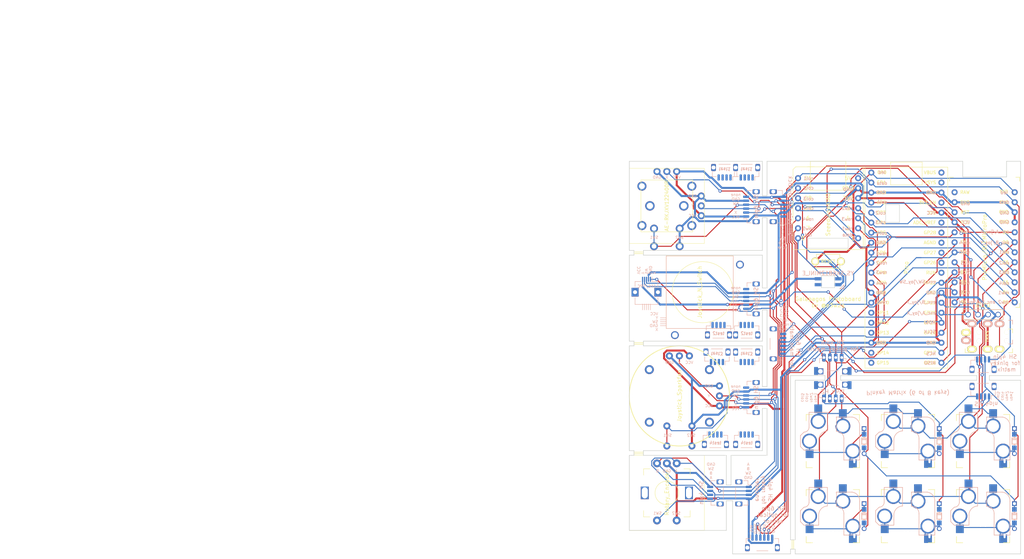
<source format=kicad_pcb>
(kicad_pcb (version 20210228) (generator pcbnew)
  (title_block (title "Galapagos Protoboard") (rev "1.0") (company "@e3w2q"))
  (layers (0 "F.Cu" signal) (31 "B.Cu" signal) (34 "B.Paste" user) (35 "F.Paste" user) (36 "B.SilkS" user "B.Silkscreen") (37 "F.SilkS" user "F.Silkscreen") (38 "B.Mask" user) (39 "F.Mask" user) (44 "Edge.Cuts" user))
  (net 0 "")
  (net 1 "GND")
  (net 2 "data")
  (net 3 "SCLK")
  (net 4 "MOSI")
  (net 5 "MISO")
  (net 6 "X1")
  (net 7 "Y1")
  (net 8 "X2")
  (net 9 "X3")
  (net 10 "X4")
  (net 11 "Y2")
  (net 12 "Y3")
  (net 13 "Y4")
  (net 14 "Y5")
  (net 15 "VCC")
  (net 16 "Net-(D17-Pad2)")
  (net 17 "Net-(D14-Pad2)")
  (net 18 "Net-(D18-Pad2)")
  (net 19 "Net-(D13-Pad2)")
  (net 20 "Net-(D33-Pad1)")
  (net 21 "Net-(D34-Pad1)")
  (net 22 "unconnected-(J9-PadA)")
  (net 23 "ENC_PUSH")
  (net 24 "NCS")
  (net 25 "RESET")
  (net 26 "ENC_A")
  (net 27 "ENC_B")
  (net 28 "led")
  (footprint "#footprint:ResetSW" (layer "F.Cu") (at 225.0281 80.9625)
    (fp_text reference "SW41" hide)
    (fp_text value "RESET")
  )
  (footprint "#footprint:RotaryEncoder_Alps_EC11E-Switch_Vertical_H20mm_rev2" (layer "F.Cu") (at 184.15 139.7 -90)
    (fp_text reference "SW42")
    (fp_text value "Rotary_Encoder")
  )
  (footprint "#footprint:CherryMX_MidHeight_Choc_Hotswap_rev8_test" (layer "F.Cu") (at 264.325 126.5593 -90)
    (fp_text reference "SW13" hide)
    (fp_text value "SW_Push" hide)
  )
  (footprint "#footprint:PinHeader_1x04_P2.54mm_Vertical" (layer "F.Cu") (at 268.1288 94.4562 -90)
    (fp_text reference "J10")
    (fp_text value "Conn_01x04")
  )
  (footprint "#footprint:diode_TH_SMD_rev3" (layer "F.Cu") (at 234.1625 126.5593 -90)
    (fp_text reference "D33")
    (fp_text value "D" hide)
  )
  (footprint "#footprint:Joystick_Sparkfan" (layer "F.Cu") (at 187.325 115.0937)
    (fp_text reference "SW44" hide)
    (fp_text value "Joystick" hide)
  )
  (footprint "#footprint:CherryMX_MidHeight_Choc_Hotswap_rev8_test" (layer "F.Cu") (at 264.325 145.6093 -90)
    (fp_text reference "SW14" hide)
    (fp_text value "SW_Push" hide)
  )
  (footprint "#footprint:CherryMX_MidHeight_Choc_Hotswap_rev8_test" (layer "F.Cu") (at 245.275 145.6093 -90)
    (fp_text reference "SW18" hide)
    (fp_text value "SW_Push" hide)
  )
  (footprint "#footprint:Joystick_AE-RKJXV122400R" (layer "F.Cu") (at 184.15 66.8714)
    (fp_text reference "SW43")
    (fp_text value "Joystick" hide)
  )
  (footprint "#footprint:diode_TH_SMD_rev3" (layer "F.Cu") (at 272.2625 145.6093 -90)
    (fp_text reference "D14")
    (fp_text value "D" hide)
  )
  (footprint "#footprint:ArduinoProMicro_ConThrough" (layer "F.Cu") (at 264.7156 77.3906)
    (fp_text reference "U1" hide)
    (fp_text value "ProMicro/BLEMicroPro")
  )
  (footprint "#footprint:MJ-4PP-9_reversible" (layer "F.Cu") (at 271.7906 101.1191 -90)
    (fp_text reference "J9")
    (fp_text value "MJ-4PP-9" hide)
  )
  (footprint "#footprint:diode_TH_SMD_rev3" (layer "F.Cu") (at 234.1625 145.6093 -90)
    (fp_text reference "D34")
    (fp_text value "D" hide)
  )
  (footprint "#footprint:RPi_Pico_SMD_TH_rev3" (layer "F.Cu") (at 244.8719 82.55)
    (fp_text reference "U2")
    (fp_text value "Pico")
    (fp_line (start -5.25 -16) (end -1.75 -16) (layer "Edge.Cuts") (width 0.12))
    (fp_line (start -5.25 -11.5) (end -5.25 -16) (layer "Edge.Cuts") (width 0.12))
    (fp_line (start -1.75 -16) (end -1.75 -11.5) (layer "Edge.Cuts") (width 0.12))
    (fp_line (start -1.75 -11.5) (end -5.25 -11.5) (layer "Edge.Cuts") (width 0.12))
  )
  (footprint "#footprint:diode_TH_SMD_rev3" (layer "F.Cu") (at 253.2125 126.5593 -90)
    (fp_text reference "D17")
    (fp_text value "D" hide)
  )
  (footprint "#footprint:CherryMX_MidHeight_Choc_Hotswap_rev8_test" (layer "F.Cu") (at 245.275 126.5593 -90)
    (fp_text reference "SW17" hide)
    (fp_text value "SW_Push" hide)
  )
  (footprint "#footprint:YS-SK6812MINI-E" (layer "F.Cu") (at 225.0281 86.1219)
    (fp_text reference "L1")
    (fp_text value "YS_SK6812MINI_E")
    (fp_line (start -1.7 -1.5) (end 1.7 -1.5) (layer "Edge.Cuts") (width 0.12))
    (fp_line (start -1.7 1.5) (end -1.7 -1.5) (layer "Edge.Cuts") (width 0.12))
    (fp_line (start 1.7 -1.5) (end 1.7 1.5) (layer "Edge.Cuts") (width 0.12))
    (fp_line (start 1.7 1.5) (end -1.7 1.5) (layer "Edge.Cuts") (width 0.12))
  )
  (footprint "#footprint:diode_TH_SMD_rev3" (layer "F.Cu") (at 272.2625 126.5593 -90)
    (fp_text reference "D13")
    (fp_text value "D" hide)
  )
  (footprint "#footprint:CherryMX_MidHeight_Choc_Hotswap_rev8_test" (layer "F.Cu") (at 226.225 126.5593 -90)
    (fp_text reference "SW33" hide)
    (fp_text value "SW_Push" hide)
  )
  (footprint "#footprint:Seeeduino XIAO RP2040" (layer "F.Cu") (at 225.0281 67.4687)
    (fp_text reference "U3")
    (fp_text value "SeeeduinoXIAO")
    (fp_line (start -5.08 10.16) (end 5.08 10.16) (layer "Edge.Cuts") (width 0.12))
    (fp_line (start 5.08 7.62) (end -5.08 7.62) (layer "Edge.Cuts") (width 0.12))
    (fp_line (start -5.08 7.62) (end -5.08 10.16) (layer "Edge.Cuts") (width 0.12))
    (fp_line (start 5.08 10.16) (end 5.08 7.62) (layer "Edge.Cuts") (width 0.12))
  )
  (footprint "#footprint:Joystick_N_Switch" (layer "F.Cu") (at 178.9844 88.7706)
    (fp_text reference "SW45")
    (fp_text value "Joystick_N_Switch")
  )
  (footprint "#footprint:CherryMX_MidHeight_Choc_Hotswap_rev8_test" (layer "F.Cu") (at 226.225 145.6093 -90)
    (fp_text reference "SW34" hide)
    (fp_text value "SW_Push" hide)
  )
  (footprint "#footprint:diode_TH_SMD_rev3" (layer "F.Cu") (at 253.2125 145.6093 -90)
    (fp_text reference "D18")
    (fp_text value "D" hide)
  )
  (footprint "#footprint:JST_SH_BM03B-SRSS-TB_1x06-1MP_P1.00mm_Vertical" (layer "B.Cu") (at 205.5813 67.0719 90)
    (fp_text reference "J14")
    (fp_text value "Conn_01x06")
  )
  (footprint "#footprint:JST_SH_BM03B-SRSS-TB_1x04-1MP_P1.00mm_Vertical" (layer "B.Cu") (at 203.5968 139.7 -90)
    (fp_text reference "J11")
    (fp_text value "Conn_01x04")
  )
  (footprint "#footprint:JST_SH_BM03B-SRSS-TB_1x04-1MP_P1.00mm_Vertical" (layer "B.Cu") (at 198.786973 58.340625 180)
    (fp_text reference "REF**")
    (fp_text value "JST_SH_BM03B-SRSS-TB_1x04-1MP_P1.00mm_Vertical")
  )
  (footprint "#footprint:JST_SH_BM03B-SRSS-TB_1x06-1MP_P1.00mm_Vertical" (layer "B.Cu") (at 212.3281 67.0719 -90)
    (fp_text reference "J13")
    (fp_text value "Conn_01x06")
  )
  (footprint "#footprint:JST_SH_BM03B-SRSS-TB_1x06-1MP_P1.00mm_Vertical" (layer "B.Cu") (at 212.3281 101.8937 -90)
    (fp_text reference "J1")
    (fp_text value "Conn_01x06")
  )
  (footprint "#footprint:JST_SH_BM03B-SRSS-TB_1x04-1MP_P1.00mm_Vertical" (layer "B.Cu") (at 204.390625 98.425)
    (fp_text reference "REF**")
    (fp_text value "JST_SH_BM03B-SRSS-TB_1x04-1MP_P1.00mm_Vertical")
  )
  (footprint "#footprint:JST_SH_BM03B-SRSS-TB_1x04-1MP_P1.00mm_Vertical" (layer "B.Cu") (at 204.390625 126.20625)
    (fp_text reference "REF**")
    (fp_text value "JST_SH_BM03B-SRSS-TB_1x04-1MP_P1.00mm_Vertical")
  )
  (footprint "#footprint:JST_SH_BM03B-SRSS-TB_1x04-1MP_P1.00mm_Vertical" (layer "B.Cu") (at 197.246875 98.425)
    (fp_text reference "REF**")
    (fp_text value "JST_SH_BM03B-SRSS-TB_1x04-1MP_P1.00mm_Vertical")
  )
  (footprint "#footprint:JST_SH_BM03B-SRSS-TB_1x06-1MP_P1.00mm_Vertical" (layer "B.Cu") (at 205.5813 90.4875 90)
    (fp_text reference "J18")
    (fp_text value "Conn_01x06")
  )
  (footprint "#footprint:JST_ZH_1x04_P1.50mm_Vertical" (layer "B.Cu") (at 226.2187 106.3625)
    (fp_text reference "J21")
    (fp_text value "Conn_01x04")
  )
  (footprint "#footprint:JST_SH_BM03B-SRSS-TB_1x04-1MP_P1.00mm_Vertical" (layer "B.Cu") (at 196.453125 126.20625)
    (fp_text reference "REF**")
    (fp_text value "JST_SH_BM03B-SRSS-TB_1x04-1MP_P1.00mm_Vertical")
  )
  (footprint "#footprint:JST_SH_BM03B-SRSS-TB_1x04-1MP_P1.00mm_Vertical" (layer "B.Cu") (at 204.390625 105.171875 180)
    (fp_text reference "REF**")
    (fp_text value "JST_SH_BM03B-SRSS-TB_1x04-1MP_P1.00mm_Vertical")
  )
  (footprint "#footprint:JST_SH_BM03B-SRSS-TB_1x06-1MP_P1.00mm_Vertical" (layer "B.Cu") (at 208.3594 152.4)
    (fp_text reference "J19")
    (fp_text value "Conn_01x06")
  )
  (footprint "#footprint:JST_SH_BM03B-SRSS-TB_1x04-1MP_P1.00mm_Vertical" (layer "B.Cu") (at 204.390625 58.341927 180)
    (fp_text reference "REF**")
    (fp_text value "JST_SH_BM03B-SRSS-TB_1x04-1MP_P1.00mm_Vertical")
  )
  (footprint "#footprint:JST_SH_BM03B-SRSS-TB_1x04-1MP_P1.00mm_Vertical" (layer "B.Cu") (at 264.3188 113.9031 180)
    (fp_text reference "J5")
    (fp_text value "Conn_01x04")
  )
  (footprint "#footprint:JST_SH_BM03B-SRSS-TB_1x06-1MP_P1.00mm_Vertical" (layer "B.Cu") (at 205.5813 115.4906 90)
    (fp_text reference "J16")
    (fp_text value "Conn_01x06")
  )
  (footprint "#footprint:JST_SH_BM03B-SRSS-TB_1x04-1MP_P1.00mm_Vertical" (layer "B.Cu") (at 196.85 105.171875 180)
    (fp_text reference "REF**")
    (fp_text value "JST_SH_BM03B-SRSS-TB_1x04-1MP_P1.00mm_Vertical")
  )
  (footprint "#footprint:JST_SH_BM03B-SRSS-TB_1x04-1MP_P1.00mm_Vertical" (layer "B.Cu") (at 196.4531 139.7 90)
    (fp_text reference "J12")
    (fp_text value "Conn_01x04")
  )
  (footprint "#footprint:JST_SH_BM03B-SRSS-TB_1x04-1MP_P1.00mm_Vertical" (layer "B.Cu") (at 264.3187 107.1562)
    (fp_text reference "J6")
    (fp_text value "Conn_01x04")
  )
  (footprint "#footprint:JST_ZH_1x04_P1.50mm_Vertical" (layer "B.Cu") (at 226.2188 114.75 180)
    (fp_text reference "J20")
    (fp_text value "Conn_01x04")
  )
  (gr_line (start 175.815625 129.38125) (end 178.196875 129.38125) (layer "F.SilkS") (width 0.15))
  (gr_line (start 175.815625 101.996875) (end 178.196875 101.996875) (layer "F.SilkS") (width 0.15))
  (gr_rect (start 193.675012 57.346404) (end 174.625012 76.396404) (layer "F.SilkS") (width 0.1) (fill none))
  (gr_line (start 175.815625 129.778125) (end 178.196875 129.778125) (layer "F.SilkS") (width 0.15))
  (gr_rect (start 193.67495 130.175) (end 174.62495 149.225) (layer "F.SilkS") (width 0.1) (fill none))
  (gr_line (start 175.815625 78.978125) (end 178.196875 78.978125) (layer "F.SilkS") (width 0.15))
  (gr_line (start 215.9 151.60625) (end 215.9 153.9875) (layer "F.SilkS") (width 0.15))
  (gr_line (start 175.815625 78.58125) (end 178.196875 78.58125) (layer "F.SilkS") (width 0.15))
  (gr_line (start 216.296875 151.60625) (end 216.296875 153.9875) (layer "F.SilkS") (width 0.15))
  (gr_line (start 175.815625 101.6) (end 178.196875 101.6) (layer "F.SilkS") (width 0.15))
  (gr_line (start 265.90625 111.125) (end 265.90625 109.934363) (layer "Edge.Cuts") (width 0.15))
  (gr_line (start 270.271875 55.5625) (end 273.84375 55.5625) (layer "Edge.Cuts") (width 0.15))
  (gr_line (start 216.69375 155.178125) (end 273.84375 155.178125) (layer "Edge.Cuts") (width 0.15))
  (gr_line (start 215.503125 153.9875) (end 215.503125 155.178125) (layer "Edge.Cuts") (width 0.15))
  (gr_line (start 174.625 101.203125) (end 175.815625 101.203125) (layer "Edge.Cuts") (width 0.15))
  (gr_line (start 216.69375 153.9875) (end 215.503125 153.9875) (layer "Edge.Cuts") (width 0.15))
  (gr_line (start 270.271875 59.53125) (end 270.271875 55.5625) (layer "Edge.Cuts") (width 0.15))
  (gr_line (start 208.359362 69.85) (end 208.359375 78.184375) (layer "Edge.Cuts") (width 0.15))
  (gr_line (start 209.55 118.26875) (end 209.55 130.175) (layer "Edge.Cuts") (width 0.15))
  (gr_line (start 216.69375 111.125) (end 216.69375 151.60625) (layer "Edge.Cuts") (width 0.15))
  (gr_line (start 224.234375 111.125) (end 224.234375 109.934375) (layer "Edge.Cuts") (width 0.15))
  (gr_line (start 209.55 64.29375) (end 209.55 55.5625) (layer "Edge.Cuts") (width 0.15))
  (gr_line (start 178.196875 128.984375) (end 208.359375 128.984375) (layer "Edge.Cuts") (width 0.15))
  (gr_line (start 215.503125 151.60625) (end 216.69375 151.60625) (layer "Edge.Cuts") (width 0.15))
  (gr_line (start 200.421875 130.175) (end 209.55 130.175) (layer "Edge.Cuts") (width 0.15))
  (gr_line (start 175.815625 79.375) (end 175.815625 78.184375) (layer "Edge.Cuts") (width 0.15))
  (gr_line (start 174.62495 55.5625) (end 174.625 78.184375) (layer "Edge.Cuts") (width 0.15))
  (gr_line (start 175.815625 79.375) (end 174.625 79.375) (layer "Edge.Cuts") (width 0.15))
  (gr_line (start 174.625 78.184375) (end 175.815625 78.184375) (layer "Edge.Cuts") (width 0.15))
  (gr_line (start 216.69375 153.9875) (end 216.69375 155.178125) (layer "Edge.Cuts") (width 0.15))
  (gr_line (start 200.81875 141.684375) (end 200.81875 155.178125) (layer "Edge.Cuts") (width 0.15))
  (gr_line (start 178.196875 78.184375) (end 178.196875 79.375) (layer "Edge.Cuts") (width 0.15))
  (gr_line (start 178.196875 102.39375) (end 208.359375 102.39375) (layer "Edge.Cuts") (width 0.15))
  (gr_line (start 199.23125 141.684375) (end 200.81875 141.684375) (layer "Edge.Cuts") (width 0.15))
  (gr_line (start 228.203125 109.934375) (end 228.203125 111.125) (layer "Edge.Cuts") (width 0.15))
  (gr_line (start 178.196875 128.984375) (end 178.196875 130.175) (layer "Edge.Cuts") (width 0.15))
  (gr_line (start 208.359387 118.26875) (end 208.359375 128.984375) (layer "Edge.Cuts") (width 0.15))
  (gr_line (start 259.159375 55.5625) (end 259.159375 59.53125) (layer "Edge.Cuts") (width 0.15))
  (gr_line (start 273.84375 155.178125) (end 273.850025 111.125) (layer "Edge.Cuts") (width 0.15))
  (gr_line (start 200.421875 137.715625) (end 200.421875 130.175) (layer "Edge.Cuts") (width 0.15))
  (gr_line (start 273.84375 109.934375) (end 265.90625 109.934363) (layer "Edge.Cuts") (width 0.15))
  (gr_line (start 199.23125 137.715625) (end 200.421875 137.715625) (layer "Edge.Cuts") (width 0.15))
  (gr_line (start 216.69375 111.125) (end 224.234375 111.125) (layer "Edge.Cuts") (width 0.15))
  (gr_line (start 175.815625 130.175) (end 175.815625 128.984375) (layer "Edge.Cuts") (width 0.15))
  (gr_line (start 175.815625 102.39375) (end 175.815625 101.203125) (layer "Edge.Cuts") (width 0.15))
  (gr_line (start 224.234375 109.934375) (end 215.503125 109.934375) (layer "Edge.Cuts") (width 0.15))
  (gr_line (start 178.196875 79.375) (end 208.359375 79.375) (layer "Edge.Cuts") (width 0.15))
  (gr_line (start 262.73125 109.934375) (end 228.203125 109.934375) (layer "Edge.Cuts") (width 0.15))
  (gr_line (start 208.359375 102.39375) (end 208.359387 112.7125) (layer "Edge.Cuts") (width 0.15))
  (gr_line (start 209.55 69.85) (end 208.359362 69.85) (layer "Edge.Cuts") (width 0.15))
  (gr_line (start 209.55 69.85) (end 209.55 87.709375) (layer "Edge.Cuts") (width 0.15))
  (gr_line (start 200.81875 155.178125) (end 215.503125 155.178125) (layer "Edge.Cuts") (width 0.15))
  (gr_line (start 199.23125 130.175) (end 199.23125 137.715625) (layer "Edge.Cuts") (width 0.15))
  (gr_line (start 174.625 149.225) (end 199.23125 149.225) (layer "Edge.Cuts") (width 0.15))
  (gr_line (start 178.196875 101.203125) (end 208.359375 101.203125) (layer "Edge.Cuts") (width 0.15))
  (gr_line (start 174.625 128.984375) (end 175.815625 128.984375) (layer "Edge.Cuts") (width 0.15))
  (gr_line (start 208.359387 93.265625) (end 209.55 93.265625) (layer "Edge.Cuts") (width 0.15))
  (gr_line (start 174.62495 55.5625) (end 208.359375 55.5625) (layer "Edge.Cuts") (width 0.15))
  (gr_line (start 178.196875 101.203125) (end 178.196875 102.39375) (layer "Edge.Cuts") (width 0.15))
  (gr_line (start 174.625 130.175) (end 175.815625 130.175) (layer "Edge.Cuts") (width 0.15))
  (gr_line (start 208.359387 118.26875) (end 209.55 118.26875) (layer "Edge.Cuts") (width 0.15))
  (gr_line (start 178.196875 78.184375) (end 208.359375 78.184375) (layer "Edge.Cuts") (width 0.15))
  (gr_line (start 208.359387 112.7125) (end 209.55 112.7125) (layer "Edge.Cuts") (width 0.15))
  (gr_line (start 209.55 55.5625) (end 259.159375 55.5625) (layer "Edge.Cuts") (width 0.15))
  (gr_line (start 208.359387 87.709375) (end 208.359375 79.375) (layer "Edge.Cuts") (width 0.15))
  (gr_line (start 262.73125 111.125012) (end 262.73125 109.934375) (layer "Edge.Cuts") (width 0.15))
  (gr_line (start 208.359387 64.29375) (end 209.55 64.29375) (layer "Edge.Cuts") (width 0.15))
  (gr_line (start 174.625 102.39375) (end 174.625 128.984375) (layer "Edge.Cuts") (width 0.15))
  (gr_line (start 265.90625 111.125) (end 273.850025 111.125) (layer "Edge.Cuts") (width 0.15))
  (gr_line (start 259.159375 59.53125) (end 270.271875 59.53125) (layer "Edge.Cuts") (width 0.15))
  (gr_line (start 208.359375 101.203125) (end 208.359387 93.265625) (layer "Edge.Cuts") (width 0.15))
  (gr_line (start 228.203125 111.125) (end 262.73125 111.125012) (layer "Edge.Cuts") (width 0.15))
  (gr_line (start 273.84375 55.5625) (end 273.84375 109.934375) (layer "Edge.Cuts") (width 0.15))
  (gr_line (start 174.625 79.375) (end 174.625 101.203125) (layer "Edge.Cuts") (width 0.15))
  (gr_line (start 178.196875 130.175) (end 199.23125 130.175) (layer "Edge.Cuts") (width 0.15))
  (gr_line (start 175.815625 102.39375) (end 174.625 102.39375) (layer "Edge.Cuts") (width 0.15))
  (gr_line (start 209.55 93.265625) (end 209.55 112.7125) (layer "Edge.Cuts") (width 0.15))
  (gr_line (start 199.23125 149.225) (end 199.23125 141.684375) (layer "Edge.Cuts") (width 0.15))
  (gr_line (start 215.503125 151.60625) (end 215.503125 109.934375) (layer "Edge.Cuts") (width 0.15))
  (gr_line (start 208.359375 55.5625) (end 208.359387 64.29375) (layer "Edge.Cuts") (width 0.15))
  (gr_line (start 208.359387 87.709375) (end 209.55 87.709375) (layer "Edge.Cuts") (width 0.15))
  (gr_line (start 174.625 130.175) (end 174.625 149.225) (layer "Edge.Cuts") (width 0.15))
  (gr_text "SH 6pin" (at 206.771875 67.071875 90) (layer "B.SilkS") (effects (font (size 1 1)) (justify mirror)))
  (gr_text "test2" (at 197.246875 99.21875) (layer "B.SilkS") (effects (font (size 0.8 0.8)) (justify mirror)))
  (gr_text "ZH 4pin" (at 226.21875 113.903125 -180) (layer "B.SilkS") (effects (font (size 1 1)) (justify mirror)))
  (gr_text "row1\nrow2\ncol4\ncol5" (at 220.265625 115.490625 270) (layer "B.SilkS") (effects (font (size 0.7 0.7) (thickness 0.1)) (justify mirror)))
  (gr_text "ZH 4pin\nfor pinkey matrix" (at 226.21875 102.39375) (layer "B.SilkS") (effects (font (size 1 1)) (justify mirror)))
  (gr_text "row1\nrow2\ncol4\ncol5" (at 269.875 115.09375 270) (layer "B.SilkS") (effects (font (size 0.7 0.7) (thickness 0.1)) (justify mirror)))
  (gr_text "SH 6pin" (at 206.771875 115.490625 90) (layer "B.SilkS") (effects (font (size 1 1)) (justify mirror)))
  (gr_text "SH 4pin" (at 192.88125 139.7 90) (layer "B.SilkS") (effects (font (size 1 1)) (justify mirror)))
  (gr_text "test2" (at 204.390625 99.21875) (layer "B.SilkS") (effects (font (size 0.8 0.8)) (justify mirror)))
  (gr_text "SH 4pin\nfor pinkey\nmatrix " (at 269.875 106.759375) (layer "B.SilkS") (effects (font (size 1 1)) (justify mirror)))
  (gr_text "none\nGND\nSW\nY\nX\nVCC" (at 201.6125 90.4875) (layer "B.SilkS") (effects (font (size 0.7 0.7) (thickness 0.1)) (justify mirror)))
  (gr_text "SH 6pin" (at 206.771875 90.4875 90) (layer "B.SilkS") (effects (font (size 1 1)) (justify mirror)))
  (gr_text "VCC\nMISO\nMOSI\nSCLK\nNCS\nGND" (at 208.359375 148.828125 90) (layer "B.SilkS") (effects (font (size 0.7 0.7) (thickness 0.1)) (justify mirror)))
  (gr_text "test3" (at 204.390625 104.378125 180) (layer "B.SilkS") (effects (font (size 0.8 0.8)) (justify mirror)))
  (gr_text "test1" (at 204.390625 57.546875 180) (layer "B.SilkS") (effects (font (size 0.8 0.8)) (justify mirror)))
  (gr_text "SH 4pin\nfor rotary\nencoder" (at 208.75625 138.90625 -90) (layer "B.SilkS") (effects (font (size 1 1)) (justify mirror)))
  (gr_text "SH 6pin\nfor optical\nsensor" (at 211.1375 145.25625) (layer "B.SilkS") (effects (font (size 1 1)) (justify mirror)))
  (gr_text "SH 6pin\nfor main matrix" (at 216.69375 101.996875 -90) (layer "B.SilkS") (effects (font (size 1 1)) (justify mirror)))
  (gr_text "GND\nSW\nB\nA" (at 195.3431 134.14375) (layer "B.SilkS") (effects (font (size 0.7 0.7) (thickness 0.1)) (justify mirror)))
  (gr_text "none\nGND\nSW\nY\nX\nVCC" (at 201.6125 115.490625) (layer "B.SilkS") (effects (font (size 0.7 0.7) (thickness 0.1)) (justify mirror)))
  (gr_text "col1\ncol2\ncol3\nrow1\nrow2\nrow3" (at 213.915625 95.25) (layer "B.SilkS") (effects (font (size 0.7 0.7) (thickness 0.1)) (justify mirror)))
  (gr_text "test4" (at 204.390625 127) (layer "B.SilkS") (effects (font (size 0.8 0.8)) (justify mirror)))
  (gr_text "none\nGND\nSW\nY\nX\nVCC" (at 201.6125 66.856638) (layer "B.SilkS") (effects (font (size 0.7 0.7) (thickness 0.1)) (justify mirror)))
  (gr_text "SH 6pin for joystick" (at 215.503125 66.871404 -90) (layer "B.SilkS") (effects (font (size 1 1)) (justify mirror)))
  (gr_text "test1" (at 198.834375 57.546875 180) (layer "B.SilkS") (effects (font (size 0.8 0.8)) (justify mirror)))
  (gr_text "test3" (at 196.85 104.378125 180) (layer "B.SilkS") (effects (font (size 0.8 0.8)) (justify mirror)))
  (gr_text "VCC\nX\nY\nSW\nGND\nnone" (at 213.51875 74.6125) (layer "B.SilkS") (effects (font (size 0.7 0.7) (thickness 0.1)) (justify mirror)))
  (gr_text "A\nB\nSW\nGND" (at 204.7875 134.14375) (layer "B.SilkS") (effects (font (size 0.7 0.7) (thickness 0.1)) (justify mirror)))
  (gr_text "SH 4pin" (at 265.1125 117.078125 -180) (layer "B.SilkS") (effects (font (size 1 1)) (justify mirror)))
  (gr_text "test4" (at 196.453125 127) (layer "B.SilkS") (effects (font (size 0.8 0.8)) (justify mirror)))
  (gr_text "Pinkey Matrix (6 of 8 keys)" (at 245.26875 114.3 -180) (layer "B.SilkS") (effects (font (size 1 1)) (justify mirror)))
  (gr_text "Galapagos Protoboard\nby @e3w2q" (at 225.028125 91.28125) (layer "F.SilkS") (effects (font (size 1 1))))
  (gr_text "OLED" (at 264.3188 92.075) (layer "F.SilkS") (effects (font (size 1 1))))
  (segment (start 252.5173 100.3554) (end 253.7619 101.6) (width 0.5) (layer "F.Cu") (net 1))
  (segment (start 231.4357 63.6011) (end 231.4357 75.5942) (width 0.5) (layer "F.Cu") (net 1))
  (segment (start 224.1927 78.5479) (end 221.7781 80.9625) (width 0.5) (layer "F.Cu") (net 1))
  (segment (start 232.1161 76.2745) (end 233.2861 77.4446) (width 0.5) (layer "F.Cu") (net 1))
  (segment (start 191.6245 141.112) (end 197.1351 141.112) (width 0.5) (layer "F.Cu") (net 1))
  (segment (start 235.9819 88.9) (end 234.7373 87.6554) (width 0.5) (layer "F.Cu") (net 1))
  (segment (start 235.9819 101.6) (end 237.2265 100.3554) (width 0.5) (layer "F.Cu") (net 1))
  (segment (start 229.8427 78.5479) (end 224.1927 78.5479) (width 0.5) (layer "F.Cu") (net 1))
  (segment (start 186.65 141.7983) (end 186.65 146.7) (width 0.5) (layer "F.Cu") (net 1))
  (segment (start 272.3356 71.0406) (end 272.3356 68.5006) (width 0.5) (layer "F.Cu") (net 1))
  (segment (start 237.2265 100.3554) (end 237.2265 90.1446) (width 0.5) (layer "F.Cu") (net 1))
  (segment (start 190.9382 141.7983) (end 191.6245 141.112) (width 0.5) (layer "F.Cu") (net 1))
  (segment (start 233.2861 77.4446) (end 234.7373 77.4446) (width 0.5) (layer "F.Cu") (net 1))
  (segment (start 184.15 132.2) (end 186.65 134.7) (width 0.5) (layer "F.Cu") (net 1))
  (segment (start 186.65 141.7983) (end 190.9382 141.7983) (width 0.5) (layer "F.Cu") (net 1))
  (segment (start 186.65 134.7) (end 186.65 141.7983) (width 0.5) (layer "F.Cu") (net 1))
  (segment (start 265.4906 103.2191) (end 265.4906 96.8059) (width 0.5) (layer "F.Cu") (net 1))
  (segment (start 190.5 122.7137) (end 190.5 127.7937) (width 0.5) (layer "F.Cu") (net 1))
  (segment (start 252.5173 90.1446) (end 252.5173 100.3554) (width 0.5) (layer "F.Cu") (net 1))
  (segment (start 234.7373 77.4446) (end 235.9819 76.2) (width 0.5) (layer "F.Cu") (net 1))
  (segment (start 237.2265 90.1446) (end 235.9819 88.9) (width 0.5) (layer "F.Cu") (net 1))
  (segment (start 234.7373 87.6554) (end 234.7373 77.4446) (width 0.5) (layer "F.Cu") (net 1))
  (segment (start 233.7594 63.5) (end 232.6481 62.3887) (width 0.5) (layer "F.Cu") (net 1))
  (segment (start 253.7619 88.9) (end 252.5173 90.1446) (width 0.5) (layer "F.Cu") (net 1))
  (segment (start 235.9819 63.5) (end 233.7594 63.5) (width 0.5) (layer "F.Cu") (net 1))
  (segment (start 231.4357 75.5942) (end 232.1161 76.2745) (width 0.5) (layer "F.Cu") (net 1))
  (segment (start 232.6481 62.3887) (end 231.4357 63.6011) (width 0.5) (layer "F.Cu") (net 1))
  (segment (start 232.1161 76.2745) (end 229.8427 78.5479) (width 0.5) (layer "F.Cu") (net 1))
  (via (at 197.1351 141.112) (size 0.8) (drill 0.4) (layers "F.Cu" "B.Cu") (net 1))
  (segment (start 193.3514 119.8623) (end 197.237397 119.8623) (width 0.5) (layer "B.Cu") (net 1))
  (segment (start 221.8856 101.6) (end 213.121875 110.363725) (width 0.5) (layer "B.Cu") (net 1))
  (segment (start 267.5603 94.7362) (end 262.9147 90.0906) (width 0.5) (layer "B.Cu") (net 1))
  (segment (start 212.4063 69.1275) (end 212.4063 69.3129) (width 0.5) (layer "B.Cu") (net 1))
  (segment (start 187.4 72.6214) (end 187.4 77.1214) (width 0.5) (layer "B.Cu") (net 1))
  (segment (start 256.2225 65.9606) (end 253.7619 63.5) (width 0.5) (layer "B.Cu") (net 1))
  (segment (start 253.7619 63.5) (end 235.9819 63.5) (width 0.5) (layer "B.Cu") (net 1))
  (segment (start 212.4063 69.3129) (end 206.3422 69.3129) (width 0.5) (layer "B.Cu") (net 1))
  (segment (start 204.8338 141.112) (end 197.1351 141.112) (width 0.5) (layer "B.Cu") (net 1))
  (segment (start 204.2563 113.9906) (end 204.886222 113.9906) (width 0.5) (layer "B.Cu") (net 1))
  (segment (start 213.121875 110.363725) (end 213.121875 133.631125) (width 0.5) (layer "B.Cu") (net 1))
  (segment (start 191.4875 64.3714) (end 192.88 64.3714) (width 0.5) (layer "B.Cu") (net 1))
  (segment (start 190.5 110.6487) (end 190.341275 110.489975) (width 0.5) (layer "B.Cu") (net 1))
  (segment (start 204.904 70.7511) (end 192.3415 70.7511) (width 0.5) (layer "B.Cu") (net 1))
  (segment (start 204.9218 141.2) (end 204.9218 151.767322) (width 0.5) (layer "B.Cu") (net 1))
  (segment (start 228.504 66.1987) (end 216.7291 66.1987) (width 0.5) (layer "B.Cu") (net 1))
  (segment (start 179.4844 84.437475) (end 179.4844 85.5206) (width 0.25) (layer "B.Cu") (net 1))
  (segment (start 269.7956 65.9606) (end 257.0956 65.9606) (width 0.5) (layer "B.Cu") (net 1))
  (segment (start 212.4063 69.3129) (end 212.4063 70.054) (width 0.5) (layer "B.Cu") (net 1))
  (segment (start 228.8785 86.1215) (end 228.1281 86.8719) (width 0.5) (layer "B.Cu") (net 1))
  (segment (start 197.237397 119.8623) (end 198.823511 118.276186) (width 0.5) (layer "B.Cu") (net 1))
  (segment (start 201.12815 113.9906) (end 204.2563 113.9906) (width 0.5) (layer "B.Cu") (net 1))
  (segment (start 210.8594 152.281225) (end 210.8594 151.075) (width 0.5) (layer "B.Cu") (net 1))
  (segment (start 190.5 122.7137) (end 190.5 110.6487) (width 0.5) (layer "B.Cu") (net 1))
  (segment (start 221.7781 80.9625) (end 225.0771 80.9625) (width 0.5) (layer "B.Cu") (net 1))
  (segment (start 198.823511 116.295239) (end 201.12815 113.9906) (width 0.5) (layer "B.Cu") (net 1))
  (segment (start 232.314 62.3887) (end 228.504 66.1987) (width 0.5) (layer "B.Cu") (net 1))
  (segment (start 206.3422 69.3129) (end 204.904 70.7511) (width 0.5) (layer "B.Cu") (net 1))
  (segment (start 191.5658 134.6377) (end 195.1281 138.2) (width 0.5) (layer "B.Cu") (net 1))
  (segment (start 190.341275 110.489975) (end 192.405 112.5537) (width 0.5) (layer "B.Cu") (net 1))
  (segment (start 214.3559 68.5719) (end 213.6531 68.5719) (width 0.5) (layer "B.Cu") (net 1))
  (segment (start 204.2563 88.9875) (end 199.604594 88.9875) (width 0.5) (layer "B.Cu") (net 1))
  (segment (start 213.6531 68.5719) (end 212.9619 68.5719) (width 0.5) (layer "B.Cu") (net 1))
  (segment (start 212.9619 68.5719) (end 212.4063 69.1275) (width 0.5) (layer "B.Cu") (net 1))
  (segment (start 190.341275 110.489975) (end 184.785 104.9337) (width 0.5) (layer "B.Cu") (net 1))
  (segment (start 205.553 141.2) (end 204.9218 141.2) (width 0.5) (layer "B.Cu") (net 1))
  (segment (start 213.121875 133.631125) (end 205.553 141.2) (width 0.5) (layer "B.Cu") (net 1))
  (segment (start 191.29375 69.70335) (end 191.29375 65.95765) (width 0.5) (layer "B.Cu") (net 1))
  (segment (start 180.18125 83.740625) (end 179.4844 84.437475) (width 0.5) (layer "B.Cu") (net 1))
  (segment (start 204.886222 113.9906) (end 205.370572 113.50625) (width 0.5) (layer "B.Cu") (net 1))
  (segment (start 232.6481 62.3887) (end 232.314 62.3887) (width 0.5) (layer "B.Cu") (net 1))
  (segment (start 257.0956 65.9606) (end 256.2225 65.9606) (width 0.5) (layer "B.Cu") (net 1))
  (segment (start 211.13065 113.50625) (end 213.121875 113.50625) (width 0.5) (layer "B.Cu") (net 1))
  (segment (start 192.88 64.3714) (end 194.0805 65.5719) (width 0.5) (layer "B.Cu") (net 1))
  (segment (start 190.31805 69.70335) (end 187.4 72.6214) (width 0.5) (layer "B.Cu") (net 1))
  (segment (start 191.29375 69.70335) (end 190.31805 69.70335) (width 0.5) (layer "B.Cu") (net 1))
  (segment (start 205.370572 113.50625) (end 213.121875 113.50625) (width 0.5) (layer "B.Cu") (net 1))
  (segment (start 205.554478 152.4) (end 210.740625 152.4) (width 0.5) (layer "B.Cu") (net 1))
  (segment (start 212.4063 70.054) (end 212.4982 70.1459) (width 0.5) (layer "B.Cu") (net 1))
  (segment (start 194.0805 65.5719) (end 204.2563 65.5719) (width 0.5) (layer "B.Cu") (net 1))
  (segment (start 213.121875 113.50625) (end 213.121875 113.903125) (width 0.5) (layer "B.Cu") (net 1))
  (segment (start 191.29375 65.95765) (end 192.88 64.3714) (width 0.5) (layer "B.Cu") (net 1))
  (segment (start 180.975 83.740625) (end 180.18125 83.740625) (width 0.5) (layer "B.Cu") (net 1))
  (segment (start 194.357719 83.740625) (end 180.18125 83.740625) (width 0.5) (layer "B.Cu") (net 1))
  (segment (start 272.3356 68.5006) (end 269.7956 65.9606) (width 0.5) (layer "B.Cu") (net 1))
  (segment (start 267.8403 94.4562) (end 268.1288 94.4562) (width 0.5) (layer "B.Cu") (net 1))
  (segment (start 198.823511 118.276186) (end 198.823511 116.295239) (width 0.5) (layer "B.Cu") (net 1))
  (segment (start 212.4982 70.1459) (end 212.4982 85.885148) (width 0.5) (layer "B.Cu") (net 1))
  (segment (start 212.4982 85.885148) (end 209.395848 88.9875) (width 0.5) (layer "B.Cu") (net 1))
  (segment (start 192.3415 70.7511) (end 191.4875 69.8971) (width 0.5) (layer "B.Cu") (net 1))
  (segment (start 216.7291 66.1987) (end 214.3559 68.5719) (width 0.5) (layer "B.Cu") (net 1))
  (segment (start 210.740625 152.4) (end 210.8594 152.281225) (width 0.5) (layer "B.Cu") (net 1))
  (segment (start 191.4875 69.8971) (end 191.29375 69.70335) (width 0.5) (layer "B.Cu") (net 1))
  (segment (start 192.405 112.5537) (end 197.485 112.5537) (width 0.5) (layer "B.Cu") (net 1))
  (segment (start 253.7619 101.6) (end 235.9819 101.6) (width 0.5) (layer "B.Cu") (net 1))
  (segment (start 184.15 132.2) (end 186.5877 134.6377) (width 0.5) (layer "B.Cu") (net 1))
  (segment (start 187.88 64.3714) (end 191.4875 64.3714) (width 0.5) (layer "B.Cu") (net 1))
  (segment (start 190.5 122.7137) (end 193.3514 119.8623) (width 0.5) (layer "B.Cu") (net 1))
  (segment (start 267.5603 94.7362) (end 267.8403 94.4562) (width 0.5) (layer "B.Cu") (net 1))
  (segment (start 209.395848 88.9875) (end 204.2563 88.9875) (width 0.5) (layer "B.Cu") (net 1))
  (segment (start 204.9218 141.2) (end 204.8338 141.112) (width 0.5) (layer "B.Cu") (net 1))
  (segment (start 228.1281 86.8719) (end 227.4281 86.8719) (width 0.5) (layer "B.Cu") (net 1))
  (segment (start 204.9218 151.767322) (end 205.554478 152.4) (width 0.5) (layer "B.Cu") (net 1))
  (segment (start 225.0771 80.9625) (end 228.8785 84.7639) (width 0.5) (layer "B.Cu") (net 1))
  (segment (start 262.9147 90.0906) (end 254.9525 90.0906) (width 0.5) (layer "B.Cu") (net 1))
  (segment (start 181.65 58.1414) (end 187.88 64.3714) (width 0.5) (layer "B.Cu") (net 1))
  (segment (start 213.121875 112.164925) (end 213.121875 113.50625) (width 0.5) (layer "B.Cu") (net 1))
  (segment (start 254.9525 90.0906) (end 253.7619 88.9) (width 0.5) (layer "B.Cu") (net 1))
  (segment (start 228.8785 84.7639) (end 228.8785 86.1215) (width 0.5) (layer "B.Cu") (net 1))
  (segment (start 186.5877 134.6377) (end 191.5658 134.6377) (width 0.5) (layer "B.Cu") (net 1))
  (segment (start 199.604594 88.9875) (end 194.357719 83.740625) (width 0.5) (layer "B.Cu") (net 1))
  (segment (start 235.9819 101.6) (end 221.8856 101.6) (width 0.5) (layer "B.Cu") (net 1))
  (segment (start 265.4906 96.8059) (end 267.5603 94.7362) (width 0.5) (layer "B.Cu") (net 1))
  (segment (start 272.6562 90.0906) (end 273.4553 89.2915) (width 0.25) (layer "F.Cu") (net 2))
  (segment (start 224.7823 67.865625) (end 224.7823 58.58645) (width 0.25) (layer "F.Cu") (net 2))
  (segment (start 268.4906 96.8059) (end 268.4906 95.6306) (width 0.25) (layer "F.Cu") (net 2))
  (segment (start 273.4553 67.0803) (end 272.3356 65.9606) (width 0.25) (layer "F.Cu") (net 2))
  (segment (start 268.4906 96.8059) (end 268.4906 103.2191) (width 0.25) (layer "F.Cu") (net 2))
  (segment (start 224.7823 58.58645) (end 225.821875 57.546875) (width 0.25) (layer "F.Cu") (net 2))
  (segment (start 269.6659 94.4553) (end 269.6659 92.4843) (width 0.25) (layer "F.Cu") (net 2))
  (segment (start 268.4906 95.6306) (end 269.6659 94.4553) (width 0.25) (layer "F.Cu") (net 2))
  (segment (start 272.0596 90.0906) (end 272.6562 90.0906) (width 0.25) (layer "F.Cu") (net 2))
  (segment (start 273.4553 89.2915) (end 273.4553 67.0803) (width 0.25) (layer "F.Cu") (net 2))
  (segment (start 269.6659 92.4843) (end 272.0596 90.0906) (width 0.25) (layer "F.Cu") (net 2))
  (via (at 225.821875 57.546875) (size 0.8) (drill 0.4) (layers "F.Cu" "B.Cu") (net 2))
  (via (at 224.7823 67.865625) (size 0.8) (drill 0.4) (layers "F.Cu" "B.Cu") (net 2))
  (segment (start 225.821875 57.546875) (end 232.647075 57.546875) (width 0.25) (layer "B.Cu") (net 2))
  (segment (start 238.2598 62.0473) (end 268.4223 62.0473) (width 0.25) (layer "B.Cu") (net 2))
  (segment (start 225.425025 67.865625) (end 232.6481 75.0887) (width 0.25) (layer "B.Cu") (net 2))
  (segment (start 237.0692 62.0473) (end 235.9819 60.96) (width 0.25) (layer "B.Cu") (net 2))
  (segment (start 235.981875 60.96) (end 235.9819 60.96) (width 0.25) (layer "B.Cu") (net 2))
  (segment (start 235.34412 60.24392) (end 235.34412 60.322245) (width 0.25) (layer "B.Cu") (net 2))
  (segment (start 224.7823 67.865625) (end 225.425025 67.865625) (width 0.25) (layer "B.Cu") (net 2))
  (segment (start 235.34412 60.322245) (end 235.981875 60.96) (width 0.25) (layer "B.Cu") (net 2))
  (segment (start 268.4223 62.0473) (end 272.3356 65.9606) (width 0.25) (layer "B.Cu") (net 2))
  (segment (start 238.2598 62.0473) (end 237.0692 62.0473) (width 0.25) (layer "B.Cu") (net 2))
  (segment (start 232.647075 57.546875) (end 235.34412 60.24392) (width 0.25) (layer "B.Cu") (net 2))
  (segment (start 238.1565 62.0473) (end 238.2598 62.0473) (width 0.25) (layer "B.Cu") (net 2))
  (segment (start 213.97456 143.840663) (end 208.871674 148.943549) (width 0.25) (layer "F.Cu") (net 3))
  (segment (start 254.8492 97.9727) (end 253.7619 99.06) (width 0.25) (layer "F.Cu") (net 3))
  (segment (start 254.8492 85.987) (end 254.8492 97.9727) (width 0.25) (layer "F.Cu") (net 3))
  (segment (start 257.0956 83.7406) (end 254.8492 85.987) (width 0.25) (layer "F.Cu") (net 3))
  (segment (start 213.97456 109.239724) (end 213.97456 143.840663) (width 0.25) (layer "F.Cu") (net 3))
  (segment (start 215.158895 108.055389) (end 213.97456 109.239724) (width 0.25) (layer "F.Cu") (net 3))
  (segment (start 215.158895 106.489613) (end 215.158895 108.055389) (width 0.25) (layer "F.Cu") (net 3))
  (segment (start 218.172691 103.475817) (end 215.158895 106.489613) (width 0.25) (layer "F.Cu") (net 3))
  (via (at 218.172691 103.475817) (size 0.8) (drill 0.4) (layers "F.Cu" "B.Cu") (net 3))
  (via (at 208.871674 148.943549) (size 0.8) (drill 0.4) (layers "F.Cu" "B.Cu") (net 3))
  (segment (start 252.6508 100.1711) (end 253.7619 99.06) (width 0.25) (layer "B.Cu") (net 3))
  (segment (start 218.172691 103.475817) (end 221.784608 99.8639) (width 0.25) (layer "B.Cu") (net 3))
  (segment (start 208.8594 151.075) (end 208.8594 148.955823) (width 0.25) (layer "B.Cu") (net 3))
  (segment (start 208.8594 148.955823) (end 208.871674 148.943549) (width 0.25) (layer "B.Cu") (net 3))
  (segment (start 234.742 100.1711) (end 252.6508 100.1711) (width 0.25) (layer "B.Cu") (net 3))
  (segment (start 221.784608 99.8639) (end 234.4348 99.8639) (width 0.25) (layer "B.Cu") (net 3))
  (segment (start 234.4348 99.8639) (end 234.742 100.1711) (width 0.25) (layer "B.Cu") (net 3))
  (segment (start 236.685125 105.2286) (end 235.4705 105.2286) (width 0.25) (layer "F.Cu") (net 4))
  (segment (start 235.4705 105.2286) (end 234.0127 103.7708) (width 0.25) (layer "F.Cu") (net 4))
  (segment (start 234.0127 103.7708) (end 234.0127 103.5602) (width 0.25) (layer "F.Cu") (net 4))
  (segment (start 245.665625 96.2481) (end 236.685125 105.2286) (width 0.25) (layer "F.Cu") (net 4))
  (via (at 234.0127 103.5602) (size 0.8) (drill 0.4) (layers "F.Cu" "B.Cu") (net 4))
  (via (at 245.665625 96.2481) (size 0.8) (drill 0.4) (layers "F.Cu" "B.Cu") (net 4))
  (segment (start 253.7619 95.9763) (end 253.7619 96.2481) (width 0.25) (layer "B.Cu") (net 4))
  (segment (start 207.8594 148.137475) (end 214.3125 141.684375) (width 0.25) (layer "B.Cu") (net 4))
  (segment (start 207.8594 151.075) (end 207.8594 148.137475) (width 0.25) (layer "B.Cu") (net 4))
  (segment (start 214.3125 109.985594) (end 215.554344 108.74375) (width 0.25) (layer "B.Cu") (net 4))
  (segment (start 253.7619 96.2481) (end 253.7619 96.52) (width 0.25) (layer "B.Cu") (net 4))
  (segment (start 253.6629 95.4327) (end 252.6746 94.4444) (width 0.25) (layer "B.Cu") (net 4))
  (segment (start 253.7619 96.2481) (end 245.665625 96.2481) (width 0.25) (layer "B.Cu") (net 4))
  (segment (start 253.7619 95.4327) (end 253.6629 95.4327) (width 0.25) (layer "B.Cu") (net 4))
  (segment (start 252.6746 88.4017) (end 253.2975 87.7788) (width 0.25) (layer "B.Cu") (net 4))
  (segment (start 215.554344 108.74375) (end 217.4875 108.74375) (width 0.25) (layer "B.Cu") (net 4))
  (segment (start 253.7619 95.9763) (end 253.7619 95.4327) (width 0.25) (layer "B.Cu") (net 4))
  (segment (start 217.4875 108.74375) (end 223.096395 103.134855) (width 0.25) (layer "B.Cu") (net 4))
  (segment (start 256.0538 87.7788) (end 257.0956 88.8206) (width 0.25) (layer "B.Cu") (net 4))
  (segment (start 223.096395 103.134855) (end 233.587355 103.134855) (width 0.25) (layer "B.Cu") (net 4))
  (segment (start 214.3125 141.684375) (end 214.3125 109.985594) (width 0.25) (layer "B.Cu") (net 4))
  (segment (start 252.6746 94.4444) (end 252.6746 88.4017) (width 0.25) (layer "B.Cu") (net 4))
  (segment (start 233.587355 103.134855) (end 234.0127 103.5602) (width 0.25) (layer "B.Cu") (net 4))
  (segment (start 253.2975 87.7788) (end 256.0538 87.7788) (width 0.25) (layer "B.Cu") (net 4))
  (segment (start 214.8736 145.4889) (end 214.8736 109.612119) (width 0.25) (layer "F.Cu") (net 5))
  (segment (start 210.412989 149.949511) (end 214.8736 145.4889) (width 0.25) (layer "F.Cu") (net 5))
  (segment (start 257.0956 86.2806) (end 256.0083 87.3679) (width 0.25) (layer "F.Cu") (net 5))
  (segment (start 207.16875 147.6375) (end 207.16875 148.828125) (width 0.25) (layer "F.Cu") (net 5))
  (segment (start 215.341918 109.1438) (end 215.225672 109.260047) (width 0.25) (layer "F.Cu") (net 5))
  (segment (start 214.8736 109.612118) (end 215.225672 109.260047) (width 0.25) (layer "F.Cu") (net 5))
  (segment (start 214.8736 109.612119) (end 215.225672 109.260047) (width 0.25) (layer "F.Cu") (net 5))
  (segment (start 207.16875 148.828125) (end 208.290136 149.949511) (width 0.25) (layer "F.Cu") (net 5))
  (segment (start 256.0083 104.4336) (end 253.7619 106.68) (width 0.25) (layer "F.Cu") (net 5))
  (segment (start 256.0083 87.3679) (end 256.0083 104.4336) (width 0.25) (layer "F.Cu") (net 5))
  (segment (start 221.45625 105.965625) (end 218.278075 109.1438) (width 0.25) (layer "F.Cu") (net 5))
  (segment (start 218.278075 109.1438) (end 215.341918 109.1438) (width 0.25) (layer "F.Cu") (net 5))
  (segment (start 208.290136 149.949511) (end 210.412989 149.949511) (width 0.25) (layer "F.Cu") (net 5))
  (via (at 221.45625 105.965625) (size 0.8) (drill 0.4) (layers "F.Cu" "B.Cu") (net 5))
  (via (at 207.16875 147.6375) (size 0.8) (drill 0.4) (layers "F.Cu" "B.Cu") (net 5))
  (segment (start 206.8594 151.075) (end 206.8594 147.94685) (width 0.25) (layer "B.Cu") (net 5))
  (segment (start 229.880575 103.584375) (end 231.8889 105.5927) (width 0.25) (layer "B.Cu") (net 5))
  (segment (start 206.8594 147.94685) (end 207.16875 147.6375) (width 0.25) (layer "B.Cu") (net 5))
  (segment (start 221.45625 105.965625) (end 223.8375 103.584375) (width 0.25) (layer "B.Cu") (net 5))
  (segment (start 223.8375 103.584375) (end 229.880575 103.584375) (width 0.25) (layer "B.Cu") (net 5))
  (segment (start 231.8889 105.5927) (end 252.6746 105.5927) (width 0.25) (layer "B.Cu") (net 5))
  (segment (start 252.6746 105.5927) (end 253.7619 106.68) (width 0.25) (layer "B.Cu") (net 5))
  (segment (start 264.266105 101.719595) (end 263.4243 102.5614) (width 0.25) (layer "F.Cu") (net 6))
  (segment (start 216.296875 96.8375) (end 223.0555 103.596125) (width 0.25) (layer "F.Cu") (net 6))
  (segment (start 222.525 121.5593) (end 222.525 114.8126) (width 0.25) (layer "F.Cu") (net 6))
  (segment (start 228.765 122.7493) (end 228.4688 122.4531) (width 0.25) (layer "F.Cu") (net 6))
  (segment (start 224.97548 106.65349) (end 223.9687 105.64671) (width 0.25) (layer "F.Cu") (net 6))
  (segment (start 263.371 118.8133) (end 263.371 107.8064) (width 0.25) (layer "F.Cu") (net 6))
  (segment (start 224.97548 112.36212) (end 224.97548 106.65349) (width 0.25) (layer "F.Cu") (net 6))
  (segment (start 257.354287 72.23125) (end 250.428125 72.23125) (width 0.25) (layer "F.Cu") (net 6))
  (segment (start 261.9893 95.2401) (end 263.46568 96.71648) (width 0.25) (layer "F.Cu") (net 6))
  (segment (start 258.7625 73.639463) (end 257.354287 72.23125) (width 0.25) (layer "F.Cu") (net 6))
  (segment (start 263.46568 96.71648) (end 263.46568 97.57193) (width 0.25) (layer "F.Cu") (net 6))
  (segment (start 222.525 114.8126) (end 224.97548 112.36212) (width 0.25) (layer "F.Cu") (net 6))
  (segment (start 261.9893 83.2303) (end 261.9893 95.2401) (width 0.25) (layer "F.Cu") (net 6))
  (segment (start 223.0555 103.596125) (end 223.0555 103.887) (width 0.25) (layer "F.Cu") (net 6))
  (segment (start 260.625 121.5593) (end 263.371 118.8133) (width 0.25) (layer "F.Cu") (net 6))
  (segment (start 214.709375 95.25) (end 214.709375 76.540883) (width 0.25) (layer "F.Cu") (net 6))
  (segment (start 258.7625 73.81875) (end 258.7625 73.639463) (width 0.25) (layer "F.Cu") (net 6))
  (segment (start 266.2723 78.9473) (end 268.7147 76.5049) (width 0.25) (layer "F.Cu") (net 6))
  (segment (start 223.4803 104.8741) (end 223.9687 105.3625) (width 0.25) (layer "F.Cu") (net 6))
  (segment (start 250.428125 72.23125) (end 244.236875 66.04) (width 0.25) (layer "F.Cu") (net 6))
  (segment (start 214.523509 76.355016) (end 214.523509 62.733291) (width 0.25) (layer "F.Cu") (net 6))
  (segment (start 223.9687 105.64671) (end 223.9687 105.3625) (width 0.25) (layer "F.Cu") (net 6))
  (segment (start 214.523509 62.733291) (end 217.4081 59.8487) (width 0.25) (layer "F.Cu") (net 6))
  (segment (start 263.371 107.8064) (end 263.4243 107.7531) (width 0.25) (layer "F.Cu") (net 6))
  (segment (start 216.296875 96.8375) (end 214.709375 95.25) (width 0.25) (layer "F.Cu") (net 6))
  (segment (start 228.4688 122.4531) (end 228.4688 115.75) (width 0.25) (layer "F.Cu") (net 6))
  (segment (start 244.236875 66.04) (end 235.9819 66.04) (width 0.25) (layer "F.Cu") (net 6))
  (segment (start 214.709375 76.540883) (end 214.523509 76.355016) (width 0.25) (layer "F.Cu") (net 6))
  (segment (start 263.46568 97.57193) (end 264.266105 98.372355) (width 0.25) (layer "F.Cu") (net 6))
  (segment (start 223.0555 103.887) (end 223.4803 104.3118) (width 0.25) (layer "F.Cu") (net 6))
  (segment (start 266.2723 78.9473) (end 261.9893 83.2303) (width 0.25) (layer "F.Cu") (net 6))
  (segment (start 264.266105 98.372355) (end 264.266105 101.719595) (width 0.25) (layer "F.Cu") (net 6))
  (segment (start 263.4243 102.5614) (end 263.4243 107.7531) (width 0.25) (layer "F.Cu") (net 6))
  (segment (start 263.4776 107.7531) (end 263.4243 107.7531) (width 0.25) (layer "F.Cu") (net 6))
  (segment (start 223.4803 104.3118) (end 223.4803 104.8741) (width 0.25) (layer "F.Cu") (net 6))
  (via (at 216.296875 96.8375) (size 0.8) (drill 0.4) (layers "F.Cu" "B.Cu") (net 6))
  (via (at 258.7625 73.81875) (size 0.8) (drill 0.4) (layers "F.Cu" "B.Cu") (net 6))
  (via (at 266.2723 78.9473) (size 0.8) (drill 0.4) (layers "F.Cu" "B.Cu") (net 6))
  (via (at 268.7147 76.5049) (size 0.8) (drill 0.4) (layers "F.Cu" "B.Cu") (net 6))
  (via (at 263.4776 107.7531) (size 0.8) (drill 0.4) (layers "F.Cu" "B.Cu") (net 6))
  (segment (start 247.815 119.5593) (end 244.1003 119.5593) (width 0.25) (layer "B.Cu") (net 6))
  (segment (start 218.5556 58.7012) (end 217.4081 59.8487) (width 0.25) (layer "B.Cu") (net 6))
  (segment (start 266.865 119.5593) (end 266.2024 119.5593) (width 0.25) (layer "B.Cu") (net 6))
  (segment (start 228.765 119.5593) (end 227.4397 119.5593) (width 0.25) (layer "B.Cu") (net 6))
  (segment (start 255.1732 125.7798) (end 250.8455 125.7798) (width 0.25) (layer "B.Cu") (net 6))
  (segment (start 216.296875 96.8375) (end 216.2093 96.8375) (width 0.25) (layer "B.Cu") (net 6))
  (segment (start 242.2377 118.3593) (end 241.575 118.3593) (width 0.25) (layer "B.Cu") (net 6))
  (segment (start 262.3514 123.2857) (end 260.625 121.5593) (width 0.25) (layer "B.Cu") (net 6))
  (segment (start 231.2903 118.3593) (end 230.0903 119.5593) (width 0.25) (layer "B.Cu") (net 6))
  (segment (start 216.2093 96.8375) (end 213.6531 99.3937) (width 0.25) (layer "B.Cu") (net 6))
  (segment (start 259.3937 121.5593) (end 255.1732 125.7798) (width 0.25) (layer "B.Cu") (net 6))
  (segment (start 228.765 119.5593) (end 230.0903 119.5593) (width 0.25) (layer "B.Cu") (net 6))
  (segment (start 266.2024 119.5593) (end 266.865 120.2219) (width 0.25) (layer "B.Cu") (net 6))
  (segment (start 247.815 119.5593) (end 247.815 122.7493) (width 0.25) (layer "B.Cu") (net 6))
  (segment (start 258.7625 73.81875) (end 261.14375 73.81875) (width 0.25) (layer "B.Cu") (net 6))
  (segment (start 241.575 118.3593) (end 231.2903 118.3593) (width 0.25) (layer "B.Cu") (net 6))
  (segment (start 266.3286 123.2857) (end 262.3514 123.2857) (width 0.25) (layer "B.Cu") (net 6))
  (segment (start 234.8946 64.9527) (end 234.8946 63.9972) (width 0.25) (layer "B.Cu") (net 6))
  (segment (start 234.8946 60.491) (end 233.1048 58.7012) (width 0.25) (layer "B.Cu") (net 6))
  (segment (start 266.865 120.2219) (end 266.865 122.7493) (width 0.25) (layer "B.Cu") (net 6))
  (segment (start 270.1799 76.5049) (end 272.3356 78.6606) (width 0.25) (layer "B.Cu") (net 6))
  (segment (start 247.2785 123.2858) (end 247.815 122.7493) (width 0.25) (layer "B.Cu") (net 6))
  (segment (start 222.525 118.3593) (end 222.525 119.5593) (width 0.25) (layer "B.Cu") (net 6))
  (segment (start 235.9819 66.04) (end 234.8946 64.9527) (width 0.25) (layer "B.Cu") (net 6))
  (segment (start 242.2377 118.3593) (end 242.9003 118.3593) (width 0.25) (layer "B.Cu") (net 6))
  (segment (start 266.2024 119.5593) (end 265.5397 119.5593) (width 0.25) (layer "B.Cu") (net 6))
  (segment (start 222.525 119.5593) (end 227.4397 119.5593) (width 0.25) (layer "B.Cu") (net 6))
  (segment (start 260.625 118.3593) (end 263.7199 118.3593) (width 0.25) (layer "B.Cu") (net 6))
  (segment (start 262.8187 107.0942) (end 263.4776 107.7531) (width 0.25) (layer "B.Cu") (net 6))
  (segment (start 250.8455 125.7798) (end 247.815 122.7493) (width 0.25) (layer "B.Cu") (net 6))
  (segment (start 261.14375 73.81875) (end 266.2723 78.9473) (width 0.25) (layer "B.Cu") (net 6))
  (segment (start 243.3015 123.2858) (end 247.2785 123.2858) (width 0.25) (layer "B.Cu") (net 6))
  (segment (start 233.1048 58.7012) (end 218.5556 58.7012) (width 0.25) (layer "B.Cu") (net 6))
  (segment (start 265.8188 116.2604) (end 264.0298 118.0494) (width 0.25) (layer "B.Cu") (net 6))
  (segment (start 260.625 121.5593) (end 259.3937 121.5593) (width 0.25) (layer "B.Cu") (net 6))
  (segment (start 265.8188 115.2281) (end 265.8188 116.2604) (width 0.25) (layer "B.Cu") (net 6))
  (segment (start 268.7147 76.5049) (end 270.1799 76.5049) (width 0.25) (layer "B.Cu") (net 6))
  (segment (start 266.865 122.7493) (end 266.3286 123.2857) (width 0.25) (layer "B.Cu") (net 6))
  (segment (start 234.8946 64.9527) (end 234.8946 60.491) (width 0.25) (layer "B.Cu") (net 6))
  (segment (start 241.575 121.5593) (end 243.3015 123.2858) (width 0.25) (layer "B.Cu") (net 6))
  (segment (start 222.525 119.5593) (end 222.525 121.5593) (width 0.25) (layer "B.Cu") (net 6))
  (segment (start 262.8187 105.8312) (end 262.8187 107.0942) (width 0.25) (layer "B.Cu") (net 6))
  (segment (start 264.0298 118.0494) (end 265.5397 119.5593) (width 0.25) (layer "B.Cu") (net 6))
  (segment (start 263.7199 118.3593) (end 264.0298 118.0494) (width 0.25) (layer "B.Cu") (net 6))
  (segment (start 244.1003 119.5593) (end 242.9003 118.3593) (width 0.25) (layer "B.Cu") (net 6))
  (segment (start 228.765 119.5593) (end 228.765 122.7493) (width 0.25) (layer "B.Cu") (net 6))
  (segment (start 237.0692 77.6527) (end 237.0692 76.46205) (width 0.25) (layer "F.Cu") (net 7))
  (segment (start 236.442 75.0893) (end 235.1887 75.0893) (width 0.25) (layer "F.Cu") (net 7))
  (segment (start 237.0692 77.6527) (end 237.0692 75.7165) (width 0.25) (layer "F.Cu") (net 7))
  (segment (start 235.1887 75.0893) (end 232.6481 72.5487) (width 0.25) (layer "F.Cu") (net 7))
  (segment (start 237.0692 75.7165) (end 236.442 75.0893) (width 0.25) (layer "F.Cu") (net 7))
  (segment (start 235.9819 78.74) (end 237.0692 77.6527) (width 0.25) (layer "F.Cu") (net 7))
  (segment (start 235.8459 79.8273) (end 231.5082 84.165) (width 0.25) (layer "B.Cu") (net 7))
  (segment (start 272.3356 88.8206) (end 261.0585 77.5435) (width 0.25) (layer "B.Cu") (net 7))
  (segment (start 241.3802 79.8273) (end 235.9819 79.8273) (width 0.25) (layer "B.Cu") (net 7))
  (segment (start 235.9819 78.74) (end 235.9819 79.8273) (width 0.25) (layer "B.Cu") (net 7))
  (segment (start 261.0585 77.5435) (end 243.664 77.5435) (width 0.25) (layer "B.Cu") (net 7))
  (segment (start 214.8265 102.3937) (end 213.6531 102.3937) (width 0.25) (layer "B.Cu") (net 7))
  (segment (start 235.9819 79.8273) (end 235.8459 79.8273) (width 0.25) (layer "B.Cu") (net 7))
  (segment (start 231.5082 85.712) (end 214.8265 102.3937) (width 0.25) (layer "B.Cu") (net 7))
  (segment (start 243.664 77.5435) (end 241.3802 79.8273) (width 0.25) (layer "B.Cu") (net 7))
  (segment (start 231.5082 84.165) (end 231.5082 85.712) (width 0.25) (layer "B.Cu") (net 7))
  (segment (start 225.4687 102.5392) (end 223.5409 100.6114) (width 0.25) (layer "F.Cu") (net 8))
  (segment (start 214.973029 76.168819) (end 214.973029 64.823771) (width 0.25) (layer "F.Cu") (net 8))
  (segment (start 264.0992 119.6101) (end 264.0992 116.6675) (width 0.25) (layer "F.Cu") (net 8))
  (segment (start 226.21875 112.7125) (end 225.425 111.91875) (width 0.25) (layer "F.Cu") (net 8))
  (segment (start 264.2531 89.2831) (end 264.2531 92.9344) (width 0.25) (layer "F.Cu") (net 8))
  (segment (start 264.0992 116.6675) (end 264.0963 116.6646) (width 0.25) (layer "F.Cu") (net 8))
  (segment (start 263.9152 95.4816) (end 263.9152 97.291475) (width 0.25) (layer "F.Cu") (net 8))
  (segment (start 262.9768 120.7325) (end 264.0992 119.6101) (width 0.25) (layer "F.Cu") (net 8))
  (segment (start 264.0963 116.6646) (end 264.0963 109.7557) (width 0.25) (layer "F.Cu") (net 8))
  (segment (start 225.425 111.91875) (end 225.425 105.4062) (width 0.25) (layer "F.Cu") (net 8))
  (segment (start 257.175 106.759375) (end 254.79375 109.140625) (width 0.25) (layer "F.Cu") (net 8))
  (segment (start 262.9768 123.6575) (end 262.9768 120.7325) (width 0.25) (layer "F.Cu") (net 8))
  (segment (start 257.175 93.265625) (end 257.175 106.759375) (width 0.25) (layer "F.Cu") (net 8))
  (segment (start 215.175489 76.371279) (end 214.973029 76.168819) (width 0.25) (layer "F.Cu") (net 8))
  (segment (start 226.9688 117.6659) (end 226.9688 115.75) (width 0.25) (layer "F.Cu") (net 8))
  (segment (start 264.256 107.361) (end 264.256 109.596) (width 0.25) (layer "F.Cu") (net 8))
  (segment (start 260.9407 140.2936) (end 260.9407 125.6936) (width 0.25) (layer "F.Cu") (net 8))
  (segment (start 264.604098 102.04458) (end 263.9089 102.739778) (width 0.25) (layer "F.Cu") (net 8))
  (segment (start 264.715625 98.0919) (end 264.715625 101.996875) (width 0.25) (layer "F.Cu") (net 8))
  (segment (start 258.7625 91.678125) (end 257.175 93.265625) (width 0.25) (layer "F.Cu") (net 8))
  (segment (start 224.8768 119.7579) (end 226.9688 117.6659) (width 0.25) (layer "F.Cu") (net 8))
  (segment (start 225.4687 105.3625) (end 225.4687 102.5392) (width 0.25) (layer "F.Cu") (net 8))
  (segment (start 234.15625 109.140625) (end 231.378125 106.3625) (width 0.25) (layer "F.Cu") (net 8))
  (segment (start 264.715625 101.996875) (end 264.66792 102.04458) (width 0.25) (layer "F.Cu") (net 8))
  (segment (start 263.9089 107.0139) (end 264.256 107.361) (width 0.25) (layer "F.Cu") (net 8))
  (segment (start 225.425 105.4062) (end 225.4687 105.3625) (width 0.25) (layer "F.Cu") (net 8))
  (segment (start 263.9089 102.739778) (end 263.9089 107.0139) (width 0.25) (layer "F.Cu") (net 8))
  (segment (start 222.8407 140.2936) (end 222.8407 125.6936) (width 0.25) (layer "F.Cu") (net 8))
  (segment (start 264.2531 92.9344) (end 264.2531 95.1437) (width 0.25) (layer "F.Cu") (net 8))
  (segment (start 214.973029 64.823771) (end 217.4081 62.3887) (width 0.25) (layer "F.Cu") (net 8))
  (segment (start 215.175489 92.245989) (end 215.175489 76.371279) (width 0.25) (layer "F.Cu") (net 8))
  (segment (start 264.66792 102.04458) (end 264.604098 102.04458) (width 0.25) (layer "F.Cu") (net 8))
  (segment (start 224.8768 123.6575) (end 224.8768 119.7579) (width 0.25) (layer "F.Cu") (net 8))
  (segment (start 260.9407 125.6936) (end 262.9768 123.6575) (width 0.25) (layer "F.Cu") (net 8))
  (segment (start 222.525 140.6093) (end 222.8407 140.2936) (width 0.25) (layer "F.Cu") (net 8))
  (segment (start 223.5409 100.6114) (end 215.175489 92.245989) (width 0.25) (layer "F.Cu") (net 8))
  (segment (start 263.9152 97.291475) (end 264.715625 98.0919) (width 0.25) (layer "F.Cu") (net 8))
  (segment (start 254.79375 109.140625) (end 234.15625 109.140625) (width 0.25) (layer "F.Cu") (net 8))
  (segment (start 272.3356 81.2006) (end 264.2531 89.2831) (width 0.25) (layer "F.Cu") (net 8))
  (segment (start 222.8407 125.6936) (end 224.8768 123.6575) (width 0.25) (layer "F.Cu") (net 8))
  (segment (start 264.256 109.596) (end 264.0963 109.7557) (width 0.25) (layer "F.Cu") (net 8))
  (segment (start 264.2531 95.1437) (end 263.9152 95.4816) (width 0.25) (layer "F.Cu") (net 8))
  (segment (start 260.625 140.6093) (end 260.9407 140.2936) (width 0.25) (layer "F.Cu") (net 8))
  (via (at 264.2531 92.9344) (size 0.8) (drill 0.4) (layers "F.Cu" "B.Cu") (net 8))
  (via (at 264.0963 109.7557) (size 0.8) (drill 0.4) (layers "F.Cu" "B.Cu") (net 8))
  (via (at 258.7625 91.678125) (size 0.8) (drill 0.4) (layers "F.Cu" "B.Cu") (net 8))
  (via (at 231.378125 106.3625) (size 0.8) (drill 0.4) (layers "F.Cu" "B.Cu") (net 8))
  (via (at 264.0992 116.6675) (size 0.8) (drill 0.4) (layers "F.Cu" "B.Cu") (net 8))
  (via (at 223.5409 100.6114) (size 0.8) (drill 0.4) (layers "F.Cu" "B.Cu") (net 8))
  (via (at 226.21875 112.7125) (size 0.8) (drill 0.4) (layers "F.Cu" "B.Cu") (net 8))
  (segment (start 228.765 140.6093) (end 241.575 140.6093) (width 0.25) (layer "B.Cu") (net 8))
  (segment (start 217.653406 105.0197) (end 222.061706 100.6114) (width 0.25) (layer "B.Cu") (net 8))
  (segment (start 272.3356 81.2006) (end 261.0663 69.9313) (width 0.25) (layer "B.Cu") (net 8))
  (segment (start 264.0963 109.7557) (end 264.2532 109.5988) (width 0.25) (layer "B.Cu") (net 8))
  (segment (start 225.4687 104.3625) (end 225.4687 105.3625) (width 0.25) (layer "B.Cu") (net 8))
  (segment (start 212.5403 104.7345) (end 212.8255 105.0197) (width 0.25) (layer "B.Cu") (net 8))
  (segment (start 226.21875 112.7125) (end 226.9688 113.46255) (width 0.25) (layer "B.Cu") (net 8))
  (segment (start 213.1025 100.3937) (end 212.5403 100.9559) (width 0.25) (layer "B.Cu") (net 8))
  (segment (start 229.053605 104.03798) (end 225.79322 104.03798) (width 0.25) (layer "B.Cu") (net 8))
  (segment (start 264.8188 115.9479) (end 264.8188 115.2281) (width 0.25) (layer "B.Cu") (net 8))
  (segment (start 241.575 137.4093) (end 241.575 140.6093) (width 0.25) (layer "B.Cu") (net 8))
  (segment (start 258.7625 91.678125) (end 262.996825 91.678125) (width 0.25) (layer "B.Cu") (net 8))
  (segment (start 228.765 138.6093) (end 228.765 140.6093) (width 0.25) (layer "B.Cu") (net 8))
  (segment (start 266.865 141.7993) (end 266.865 138.6093) (width 0.25) (layer "B.Cu") (net 8))
  (segment (start 247.815 141.7993) (end 247.815 140.6093) (width 0.25) (layer "B.Cu") (net 8))
  (segment (start 222.525 140.6093) (end 224.2515 142.3358) (width 0.25) (layer "B.Cu") (net 8))
  (segment (start 264.2532 107.1083) (end 263.8187 106.6738) (width 0.25) (layer "B.Cu") (net 8))
  (segment (start 263.8187 106.6738) (end 263.8187 105.8312) (width 0.25) (layer "B.Cu") (net 8))
  (segment (start 243.2825 142.3168) (end 241.575 140.6093) (width 0.25) (layer "B.Cu") (net 8))
  (segment (start 260.625 137.4093) (end 260.625 140.6093) (width 0.25) (layer "B.Cu") (net 8))
  (segment (start 238.7834 71.3815) (end 235.9819 68.58) (width 0.25) (layer "B.Cu") (net 8))
  (segment (start 228.2285 142.3358) (end 228.765 141.7993) (width 0.25) (layer "B.Cu") (net 8))
  (segment (start 247.815 141.7993) (end 247.2975 142.3168) (width 0.25) (layer "B.Cu") (net 8))
  (segment (start 212.8255 105.0197) (end 217.653406 105.0197) (width 0.25) (layer "B.Cu") (net 8))
  (segment (start 261.0663 69.9313) (end 246.69 69.9313) (width 0.25) (layer "B.Cu") (net 8))
  (segment (start 245.2398 71.3815) (end 238.7834 71.3815) (width 0.25) (layer "B.Cu") (net 8))
  (segment (start 213.6531 100.3937) (end 213.1025 100.3937) (width 0.25) (layer "B.Cu") (net 8))
  (segment (start 262.996825 91.678125) (end 264.2531 92.9344) (width 0.25) (layer "B.Cu") (net 8))
  (segment (start 247.815 140.6093) (end 260.625 140.6093) (width 0.25) (layer "B.Cu") (net 8))
  (segment (start 264.0992 116.6675) (end 264.8188 115.9479) (width 0.25) (layer "B.Cu") (net 8))
  (segment (start 225.79322 104.03798) (end 225.4687 104.3625) (width 0.25) (layer "B.Cu") (net 8))
  (segment (start 247.815 140.6093) (end 247.815 138.6093) (width 0.25) (layer "B.Cu") (net 8))
  (segment (start 224.2515 142.3358) (end 228.2285 142.3358) (width 0.25) (layer "B.Cu") (net 8))
  (segment (start 222.061706 100.6114) (end 223.5409 100.6114) (width 0.25) (layer "B.Cu") (net 8))
  (segment (start 222.525 137.4093) (end 222.525 140.6093) (width 0.25) (layer "B.Cu") (net 8))
  (segment (start 246.69 69.9313) (end 245.2398 71.3815) (width 0.25) (layer "B.Cu") (net 8))
  (segment (start 228.765 140.6093) (end 228.765 141.7993) (width 0.25) (layer "B.Cu") (net 8))
  (segment (start 247.2975 142.3168) (end 243.2825 142.3168) (width 0.25) (layer "B.Cu") (net 8))
  (segment (start 266.3285 142.3358) (end 266.865 141.7993) (width 0.25) (layer "B.Cu") (net 8))
  (segment (start 264.2532 109.5988) (end 264.2532 107.1083) (width 0.25) (layer "B.Cu") (net 8))
  (segment (start 226.9688 113.46255) (end 226.9688 115.75) (width 0.25) (layer "B.Cu") (net 8))
  (segment (start 262.3515 142.3358) (end 266.3285 142.3358) (width 0.25) (layer "B.Cu") (net 8))
  (segment (start 260.625 140.6093) (end 262.3515 142.3358) (width 0.25) (layer "B.Cu") (net 8))
  (segment (start 212.5403 100.9559) (end 212.5403 104.7345) (width 0.25) (layer "B.Cu") (net 8))
  (segment (start 231.378125 106.3625) (end 229.053605 104.03798) (width 0.25) (layer "B.Cu") (net 8))
  (segment (start 218.532 67.094) (end 218.532 74.2797) (width 0.25) (layer "F.Cu") (net 9))
  (segment (start 218.532 67.094) (end 219.1625 67.094) (width 0.25) (layer "F.Cu") (net 9))
  (segment (start 217.4081 64.9287) (end 218.532 66.0526) (width 0.25) (layer "F.Cu") (net 9))
  (segment (start 218.532 66.0526) (end 218.532 67.094) (width 0.25) (layer "F.Cu") (net 9))
  (via (at 219.1625 67.094) (size 0.8) (drill 0.4) (layers "F.Cu" "B.Cu") (net 9))
  (via (at 218.532 74.2797) (size 0.8) (drill 0.4) (layers "F.Cu" "B.Cu") (net 9))
  (segment (start 215.1896 101.3937) (end 213.6531 101.3937) (width 0.25) (layer "B.Cu") (net 9))
  (segment (start 230.3568 67.094) (end 219.1625 67.094) (width 0.25) (layer "B.Cu") (net 9))
  (segment (start 223.6204 78.6363) (end 229.4852 84.5011) (width 0.25) (layer "B.Cu") (net 9))
  (segment (start 260.8023 72.2073) (end 272.3356 83.7406) (width 0.25) (layer "B.Cu") (net 9))
  (segment (start 233.7552 68.8933) (end 232.1561 68.8933) (width 0.25) (layer "B.Cu") (net 9))
  (segment (start 233.7552 68.8933) (end 233.0756 68.8933) (width 0.25) (layer "B.Cu") (net 9))
  (segment (start 220.4205 78.6363) (end 223.6204 78.6363) (width 0.25) (layer "B.Cu") (net 9))
  (segment (start 218.532 74.2797) (end 218.532 76.7478) (width 0.25) (layer "B.Cu") (net 9))
  (segment (start 237.0692 72.2073) (end 237.3552 72.2073) (width 0.25) (layer "B.Cu") (net 9))
  (segment (start 229.4852 84.5011) (end 229.4852 87.0981) (width 0.25) (layer "B.Cu") (net 9))
  (segment (start 218.532 76.7478) (end 220.4205 78.6363) (width 0.25) (layer "B.Cu") (net 9))
  (segment (start 237.0692 72.2073) (end 260.8023 72.2073) (width 0.25) (layer "B.Cu") (net 9))
  (segment (start 232.1561 68.8933) (end 230.3568 67.094) (width 0.25) (layer "B.Cu") (net 9))
  (segment (start 235.9819 71.12) (end 233.7552 68.8933) (width 0.25) (layer "B.Cu") (net 9))
  (segment (start 235.9819 71.12) (end 237.0692 72.2073) (width 0.25) (layer "B.Cu") (net 9))
  (segment (start 229.4852 87.0981) (end 215.1896 101.3937) (width 0.25) (layer "B.Cu") (net 9))
  (segment (start 238.6882 77.3133) (end 233.011 77.3133) (width 0.25) (layer "B.Cu") (net 10))
  (segment (start 223.7695 68.0718) (end 218.0112 68.0718) (width 0.25) (layer "B.Cu") (net 10))
  (segment (start 240.115 73.66) (end 241.2283 74.7732) (width 0.25) (layer "B.Cu") (net 10))
  (segment (start 242.261 74.9482) (end 242.086 74.7732) (width 0.25) (layer "B.Cu") (net 10))
  (segment (start 235.9819 73.66) (end 240.115 73.66) (width 0.25) (layer "B.Cu") (net 10))
  (segment (start 261.0032 74.9482) (end 242.261 74.9482) (width 0.25) (layer "B.Cu") (net 10))
  (segment (start 218.0112 68.0718) (end 217.4081 67.4687) (width 0.25) (layer "B.Cu") (net 10))
  (segment (start 241.2283 74.7732) (end 238.6882 77.3133) (width 0.25) (layer "B.Cu") (net 10))
  (segment (start 242.086 74.7732) (end 241.2283 74.7732) (width 0.25) (layer "B.Cu") (net 10))
  (segment (start 233.011 77.3133) (end 223.7695 68.0718) (width 0.25) (layer "B.Cu") (net 10))
  (segment (start 272.3356 86.2806) (end 261.0032 74.9482) (width 0.25) (layer "B.Cu") (net 10))
  (segment (start 237.5195 79.7424) (end 237.5195 78.372625) (width 0.25) (layer "F.Cu") (net 11))
  (segment (start 235.9819 81.28) (end 237.5195 79.7424) (width 0.25) (layer "F.Cu") (net 11))
  (segment (start 237.5195 79.7424) (end 237.5195 73.6507) (width 0.25) (layer "F.Cu") (net 11))
  (segment (start 234.0888 68.9094) (end 232.6481 67.4687) (width 0.25) (layer "F.Cu") (net 11))
  (segment (start 237.5195 73.6507) (end 236.2588 72.39) (width 0.25) (layer "F.Cu") (net 11))
  (segment (start 236.2588 72.39) (end 235.7047 72.39) (width 0.25) (layer "F.Cu") (net 11))
  (segment (start 235.7047 72.39) (end 234.0888 70.7741) (width 0.25) (layer "F.Cu") (net 11))
  (segment (start 234.0888 70.7741) (end 234.0888 68.9094) (width 0.25) (layer "F.Cu") (net 11))
  (segment (start 226.0064 91.8507) (end 214.4634 103.3937) (width 0.25) (layer "B.Cu") (net 11))
  (segment (start 235.4846 92.5294) (end 234.8059 91.8507) (width 0.25) (layer "B.Cu") (net 11))
  (segment (start 235.9819 81.28) (end 234.8059 82.456) (width 0.25) (layer "B.Cu") (net 11))
  (segment (start 246.5406 82.6055) (end 236.6167 92.5294) (width 0.25) (layer "B.Cu") (net 11))
  (segment (start 234.8059 91.8507) (end 226.0064 91.8507) (width 0.25) (layer "B.Cu") (net 11))
  (segment (start 214.4634 103.3937) (end 213.6531 103.3937) (width 0.25) (layer "B.Cu") (net 11))
  (segment (start 263.5805 82.6055) (end 246.5406 82.6055) (width 0.25) (layer "B.Cu") (net 11))
  (segment (start 234.8059 82.456) (end 234.8059 91.8507) (width 0.25) (layer "B.Cu") (net 11))
  (segment (start 234.8059 82.456) (end 234.8059 83.4203) (width 0.25) (layer "B.Cu") (net 11))
  (segment (start 236.6167 92.5294) (end 235.4846 92.5294) (width 0.25) (layer "B.Cu") (net 11))
  (segment (start 272.3356 91.3606) (end 263.5805 82.6055) (width 0.25) (layer "B.Cu") (net 11))
  (segment (start 255.9211 74.7551) (end 257.0956 73.5806) (width 0.25) (layer "F.Cu") (net 12))
  (segment (start 240.1455 79.6564) (end 240.1455 78.617375) (width 0.25) (layer "F.Cu") (net 12))
  (segment (start 240.1455 74.7551) (end 255.9211 74.7551) (width 0.25) (layer "F.Cu") (net 12))
  (segment (start 239.2374 95.8917) (end 239.2374 87.0755) (width 0.25) (layer "F.Cu") (net 12))
  (segment (start 240.1455 79.6564) (end 240.1455 74.7551) (width 0.25) (layer "F.Cu") (net 12))
  (segment (start 239.2374 87.0755) (end 235.9819 83.82) (width 0.25) (layer "F.Cu") (net 12))
  (segment (start 235.9819 83.82) (end 240.1455 79.6564) (width 0.25) (layer "F.Cu") (net 12))
  (via (at 240.1455 74.7551) (size 0.8) (drill 0.4) (layers "F.Cu" "B.Cu") (net 12))
  (via (at 239.2374 95.8917) (size 0.8) (drill 0.4) (layers "F.Cu" "B.Cu") (net 12))
  (segment (start 237.4909 97.6382) (end 239.2374 95.8917) (width 0.25) (layer "B.Cu") (net 12))
  (segment (start 234.3684 71.729) (end 232.6481 70.0087) (width 0.25) (layer "B.Cu") (net 12))
  (segment (start 240.1455 74.7551) (end 235.511 74.7551) (width 0.25) (layer "B.Cu") (net 12))
  (segment (start 234.3684 73.6125) (end 234.3684 71.729) (width 0.25) (layer "B.Cu") (net 12))
  (segment (start 214.1843 104.3937) (end 220.9398 97.6382) (width 0.25) (layer "B.Cu") (net 12))
  (segment (start 220.9398 97.6382) (end 237.4909 97.6382) (width 0.25) (layer "B.Cu") (net 12))
  (segment (start 213.6531 104.3937) (end 214.1843 104.3937) (width 0.25) (layer "B.Cu") (net 12))
  (segment (start 235.511 74.7551) (end 234.3684 73.6125) (width 0.25) (layer "B.Cu") (net 12))
  (segment (start 226.9687 101.5428) (end 216.69375 91.26785) (width 0.25) (layer "F.Cu") (net 13))
  (segment (start 272.2625 142.4343) (end 272.2625 141.509) (width 0.25) (layer "F.Cu") (net 13))
  (segment (start 235.1321 128.7647) (end 235.1321 120.583) (width 0.25) (layer "F.Cu") (net 13))
  (segment (start 253.240374 80.193489) (end 252.675389 80.758474) (width 0.25) (layer "F.Cu") (net 13))
  (segment (start 239.5722 96.617) (end 237.8019 96.617) (width 0.25) (layer "F.Cu") (net 13))
  (segment (start 235.0879 147.8589) (end 235.0879 130.6597) (width 0.25) (layer "F.Cu") (net 13))
  (segment (start 234.1625 129.7343) (end 235.1321 128.7647) (width 0.25) (layer "F.Cu") (net 13))
  (segment (start 235.0879 130.6597) (end 234.1625 129.7343) (width 0.25) (layer "F.Cu") (net 13))
  (segment (start 272.2625 123.3843) (end 272.2625 124.3096) (width 0.25) (layer "F.Cu") (net 13))
  (segment (start 229.5518 106.6951) (end 227.1496 106.6951) (width 0.25) (layer "F.Cu") (net 13))
  (segment (start 227.1496 113.3285) (end 227.1496 106.6951) (width 0.25) (layer "F.Cu") (net 13))
  (segment (start 235.1321 120.583) (end 227.8776 113.3285) (width 0.25) (layer "F.Cu") (net 13))
  (segment (start 253.879411 80.193489) (end 253.240374 80.193489) (width 0.25) (layer "F.Cu") (net 13))
  (segment (start 237.8019 96.617) (end 237.8019 88.18) (width 0.25) (layer "F.Cu") (net 13))
  (segment (start 233.5496 102.6973) (end 229.837513 106.409388) (width 0.25) (layer "F.Cu") (net 13))
  (segment (start 232.171875 108.74375) (end 229.837513 106.409388) (width 0.25) (layer "F.Cu") (net 13))
  (segment (start 227.1496 113.3285) (end 225.4688 115.0093) (width 0.25) (layer "F.Cu") (net 13))
  (segment (start 225.4688 115.0093) (end 225.4688 115.75) (width 0.25) (layer "F.Cu") (net 13))
  (segment (start 273.1878 140.5837) (end 273.1878 125.2349) (width 0.25) (layer "F.Cu") (net 13))
  (segment (start 216.69375 76.618104) (end 215.872069 75.796423) (width 0.25) (layer "F.Cu") (net 13))
  (segment (start 237.8019 96.617) (end 237.8019 101.3725) (width 0.25) (layer "F.Cu") (net 13))
  (segment (start 252.675389 80.758474) (end 252.675389 83.513811) (width 0.25) (layer "F.Cu") (net 13))
  (segment (start 257.0956 76.1206) (end 257.0956 76.9773) (width 0.25) (layer "F.Cu") (net 13))
  (segment (start 252.675389 83.513811) (end 239.5722 96.617) (width 0.25) (layer "F.Cu") (net 13))
  (segment (start 236.4771 102.6973) (end 233.5496 102.6973) (width 0.25) (layer "F.Cu") (net 13))
  (segment (start 226.9687 106.5142) (end 226.9687 105.3625) (width 0.25) (layer "F.Cu") (net 13))
  (segment (start 227.8776 113.3285) (end 227.1496 113.3285) (width 0.25) (layer "F.Cu") (net 13))
  (segment (start 215.872069 75.796423) (end 215.872069 71.544731) (width 0.25) (layer "F.Cu") (net 13))
  (segment (start 229.837513 106.409388) (end 229.5518 106.6951) (width 0.25) (layer "F.Cu") (net 13))
  (segment (start 234.1625 148.7843) (end 235.0879 147.8589) (width 0.25) (layer "F.Cu") (net 13))
  (segment (start 272.2625 141.509) (end 273.1878 140.5837) (width 0.25) (layer "F.Cu") (net 13))
  (segment (start 226.9687 105.3625) (end 226.9687 101.5428) (width 0.25) (layer "F.Cu") (net 13))
  (segment (start 215.872069 71.544731) (end 217.4081 70.0087) (width 0.25) (layer "F.Cu") (net 13))
  (segment (start 227.1496 106.6951) (end 226.9687 106.5142) (width 0.25) (layer "F.Cu") (net 13))
  (segment (start 237.8019 101.3725) (end 236.4771 102.6973) (width 0.25) (layer "F.Cu") (net 13))
  (segment (start 216.69375 91.26785) (end 216.69375 76.618104) (width 0.25) (layer "F.Cu") (net 13))
  (segment (start 237.8019 88.18) (end 235.9819 86.36) (width 0.25) (layer "F.Cu") (net 13))
  (segment (start 257.0956 76.9773) (end 253.879411 80.193489) (width 0.25) (layer "F.Cu") (net 13))
  (segment (start 273.1878 125.2349) (end 272.2625 124.3096) (width 0.25) (layer "F.Cu") (net 13))
  (via (at 232.171875 108.74375) (size 0.8) (drill 0.4) (layers "F.Cu" "B.Cu") (net 13))
  (segment (start 264.8187 105.8312) (end 264.8187 105.0562) (width 0.25) (layer "B.Cu") (net 13))
  (segment (start 257.318257 104.73168) (end 253.306187 108.74375) (width 0.25) (layer "B.Cu") (net 13))
  (segment (start 264.8216 109.4552) (end 264.8187 109.4523) (width 0.25) (layer "B.Cu") (net 13))
  (segment (start 272.2625 123.3843) (end 272.2625 120.2218) (width 0.25) (layer "B.Cu") (net 13))
  (segment (start 234.1625 129.7343) (end 239.8201 135.3919) (width 0.25) (layer "B.Cu") (net 13))
  (segment (start 272.2625 141.4107) (end 272.2625 142.4343) (width 0.25) (layer "B.Cu") (net 13))
  (segment (start 234.1625 148.7843) (end 234.1625 147.3343) (width 0.25) (layer "B.Cu") (net 13))
  (segment (start 253.306187 108.74375) (end 232.171875 108.74375) (width 0.25) (layer "B.Cu") (net 13))
  (segment (start 264.49418 104.73168) (end 257.318257 104.73168) (width 0.25) (layer "B.Cu") (net 13))
  (segment (start 272.2625 143.8843) (end 272.2625 142.4343) (width 0.25) (layer "B.Cu") (net 13))
  (segment (start 234.1625 128.2843) (end 234.1625 129.7343) (width 0.25) (layer "B.Cu") (net 13))
  (segment (start 272.2625 124.8343) (end 272.2625 123.3843) (width 0.25) (layer "B.Cu") (net 13))
  (segment (start 264.8187 105.8312) (end 264.8187 106.6062) (width 0.25) (layer "B.Cu") (net 13))
  (segment (start 272.2625 120.2218) (end 265.2953 113.2545) (width 0.25) (layer "B.Cu") (net 13))
  (segment (start 264.8187 109.4523) (end 264.8187 105.8312) (width 0.25) (layer "B.Cu") (net 13))
  (segment (start 239.8201 135.3919) (end 266.2437 135.3919) (width 0.25) (layer "B.Cu") (net 13))
  (segment (start 263.8188 114.731) (end 263.8188 115.2281) (width 0.25) (layer "B.Cu") (net 13))
  (segment (start 264.8216 112.7809) (end 264.8216 109.4552) (width 0.25) (layer "B.Cu") (net 13))
  (segment (start 266.2437 135.3919) (end 272.2625 141.4107) (width 0.25) (layer "B.Cu") (net 13))
  (segment (start 265.2953 113.2545) (end 263.8188 114.731) (width 0.25) (layer "B.Cu") (net 13))
  (segment (start 264.8187 105.0562) (end 264.49418 104.73168) (width 0.25) (layer "B.Cu") (net 13))
  (segment (start 265.2953 113.2545) (end 264.8216 112.7809) (width 0.25) (layer "B.Cu") (net 13))
  (segment (start 228.4687 98.9532) (end 228.4687 100.1438) (width 0.25) (layer "F.Cu") (net 14))
  (segment (start 228.4687 105.3625) (end 228.4687 100.1438) (width 0.25) (layer "F.Cu") (net 14))
  (segment (start 261.2333 84.93125) (end 261.2333 80.565625) (width 0.25) (layer "F.Cu") (net 14))
  (segment (start 217.4081 72.5487) (end 216.321589 73.635211) (width 0.25) (layer "F.Cu") (net 14))
  (segment (start 216.321589 73.635211) (end 216.321589 75.610225) (width 0.25) (layer "F.Cu") (net 14))
  (segment (start 253.2125 141.509) (end 254.1378 140.5837) (width 0.25) (layer "F.Cu") (net 14))
  (segment (start 228.4687 100.1438) (end 228.4687 99.7829) (width 0.25) (layer "F.Cu") (net 14))
  (segment (start 217.14327 81.808895) (end 217.14327 87.62777) (width 0.25) (layer "F.Cu") (net 14))
  (segment (start 253.2125 123.3843) (end 253.2125 124.3096) (width 0.25) (layer "F.Cu") (net 14))
  (segment (start 231.220962 96.200938) (end 231.220937 96.200938) (width 0.25) (layer "F.Cu") (net 14))
  (segment (start 253.2125 142.4343) (end 253.2125 141.509) (width 0.25) (layer "F.Cu") (net 14))
  (segment (start 217.14327 81.808895) (end 217.14327 82.12327) (width 0.25) (layer "F.Cu") (net 14))
  (segment (start 254.1378 140.5837) (end 254.1378 125.2349) (width 0.25) (layer "F.Cu") (net 14))
  (segment (start 217.14327 76.431907) (end 217.14327 81.808895) (width 0.25) (layer "F.Cu") (net 14))
  (segment (start 231.220962 96.200938) (end 228.4687 98.9532) (width 0.25) (layer "F.Cu") (net 14))
  (segment (start 216.321589 75.610225) (end 217.14327 76.431907) (width 0.25) (layer "F.Cu") (net 14))
  (segment (start 254.1378 125.2349) (end 253.2125 124.3096) (width 0.25) (layer "F.Cu") (net 14))
  (segment (start 235.9819 91.44) (end 231.220962 96.200938) (width 0.25) (layer "F.Cu") (net 14))
  (segment (start 217.14327 87.62777) (end 228.4687 98.9532) (width 0.25) (layer "F.Cu") (net 14))
  (via (at 261.2333 80.565625) (size 0.8) (drill 0.4) (layers "F.Cu" "B.Cu") (net 14))
  (via (at 261.2333 84.93125) (size 0.8) (drill 0.4) (layers "F.Cu" "B.Cu") (net 14))
  (segment (start 240.56893 116.68125) (end 248.046875 116.68125) (width 0.25) (layer "B.Cu") (net 14))
  (segment (start 247.4119 80.01) (end 255.7462 80.01) (width 0.25) (layer "B.Cu") (net 14))
  (segment (start 240.17566 117.07452) (end 240.56893 116.68125) (width 0.25) (layer "B.Cu") (net 14))
  (segment (start 271.215121 102.555601) (end 271.215121 94.913071) (width 0.25) (layer "B.Cu") (net 14))
  (segment (start 223.9688 116.75) (end 224.29332 117.07452) (width 0.25) (layer "B.Cu") (net 14))
  (segment (start 224.3554 115.3634) (end 223.9688 115.75) (width 0.25) (layer "B.Cu") (net 14))
  (segment (start 228.4687 105.3625) (end 228.4687 107.3505) (width 0.25) (layer "B.Cu") (net 14))
  (segment (start 265.8187 105.8312) (end 265.8187 105.2813) (width 0.25) (layer "B.Cu") (net 14))
  (segment (start 259.328275 78.6606) (end 257.0956 78.6606) (width 0.25) (layer "B.Cu") (net 14))
  (segment (start 228.4687 107.3505) (end 224.3554 111.4638) (width 0.25) (layer "B.Cu") (net 14))
  (segment (start 261.2333 80.565625) (end 259.328275 78.6606) (width 0.25) (layer "B.Cu") (net 14))
  (segment (start 235.9819 91.44) (end 247.4119 80.01) (width 0.25) (layer "B.Cu") (net 14))
  (segment (start 267.939522 105.8312) (end 271.215121 102.555601) (width 0.25) (layer "B.Cu") (net 14))
  (segment (start 253.2125 121.846875) (end 253.2125 123.3843) (width 0.25) (layer "B.Cu") (net 14))
  (segment (start 260.4434 115.2281) (end 253.2125 122.459) (width 0.25) (layer "B.Cu") (net 14))
  (segment (start 271.215121 94.913071) (end 261.2333 84.93125) (width 0.25) (layer "B.Cu") (net 14))
  (segment (start 247.4119 80.01) (end 248.6025 80.01) (width 0.25) (layer "B.Cu") (net 14))
  (segment (start 223.9688 115.75) (end 223.9688 116.75) (width 0.25) (layer "B.Cu") (net 14))
  (segment (start 253.2125 122.9216) (end 253.2125 122.459) (width 0.25) (layer "B.Cu") (net 14))
  (segment (start 255.7462 80.01) (end 257.0956 78.6606) (width 0.25) (layer "B.Cu") (net 14))
  (segment (start 224.3554 111.4638) (end 224.3554 115.3634) (width 0.25) (layer "B.Cu") (net 14))
  (segment (start 253.2125 122.9216) (end 253.2125 123.3843) (width 0.25) (layer "B.Cu") (net 14))
  (segment (start 265.8187 105.8312) (end 267.939522 105.8312) (width 0.25) (layer "B.Cu") (net 14))
  (segment (start 253.2125 143.8843) (end 253.2125 142.4343) (width 0.25) (layer "B.Cu") (net 14))
  (segment (start 253.2125 123.3843) (end 253.2125 124.8343) (width 0.25) (layer "B.Cu") (net 14))
  (segment (start 262.8188 115.2281) (end 260.4434 115.2281) (width 0.25) (layer "B.Cu") (net 14))
  (segment (start 248.046875 116.68125) (end 253.2125 121.846875) (width 0.25) (layer "B.Cu") (net 14))
  (segment (start 224.29332 117.07452) (end 240.17566 117.07452) (width 0.25) (layer "B.Cu") (net 14))
  (segment (start 254.635 68.58) (end 253.7619 68.58) (width 0.5) (layer "F.Cu") (net 15))
  (segment (start 202.8582 117.9906) (end 197.8419 117.9906) (width 0.5) (layer "F.Cu") (net 15))
  (segment (start 190.896875 65.88125) (end 190.896875 67.46875) (width 0.5) (layer "F.Cu") (net 15))
  (segment (start 261.64012 103.06958) (end 261.4906 103.2191) (width 0.5) (layer "F.Cu") (net 15))
  (segment (start 213.948989 88.469761) (end 213.948989 66.311489) (width 0.5) (layer "F.Cu") (net 15))
  (segment (start 213.948989 88.536489) (end 213.948989 108.452801) (width 0.5) (layer "F.Cu") (net 15))
  (segment (start 197.485 117.6337) (end 195.504003 117.6337) (width 0.5) (layer "F.Cu") (net 15))
  (segment (start 206.375 117.078125) (end 209.844047 117.078125) (width 0.5) (layer "F.Cu") (net 15))
  (segment (start 213.948989 108.452801) (end 213.40004 109.001751) (width 0.5) (layer "F.Cu") (net 15))
  (segment (start 257.0956 71.0406) (end 257.241627 71.0406) (width 0.5) (layer "F.Cu") (net 15))
  (segment (start 209.844047 117.078125) (end 209.844047 117.122866) (width 0.5) (layer "F.Cu") (net 15))
  (segment (start 259.921478 96.805853) (end 261.4906 96.805853) (width 0.5) (layer "F.Cu") (net 15))
  (segment (start 213.40004 109.001751) (end 213.40004 110.846835) (width 0.5) (layer "F.Cu") (net 15))
  (segment (start 213.915625 88.503125) (end 213.948989 88.469761) (width 0.5) (layer "F.Cu") (net 15))
  (segment (start 190.97735 67.46875) (end 192.88 69.3714) (width 0.5) (layer "F.Cu") (net 15))
  (segment (start 261.4906 96.805853) (end 261.64012 96.955373) (width 0.5) (layer "F.Cu") (net 15))
  (segment (start 186.65 61.634375) (end 190.896875 65.88125) (width 0.5) (layer "F.Cu") (net 15))
  (segment (start 261.64012 96.955373) (end 261.64012 103.06958) (width 0.5) (layer "F.Cu") (net 15))
  (segment (start 213.40004 110.846835) (end 213.40004 115.490625) (width 0.5) (layer "F.Cu") (net 15))
  (segment (start 190.896875 67.46875) (end 190.97735 67.46875) (width 0.5) (layer "F.Cu") (net 15))
  (segment (start 199.503623 91.901773) (end 206.335344 91.901773) (width 0.5) (layer "F.Cu") (net 15))
  (segment (start 213.948989 66.311489) (end 212.328125 64.690625) (width 0.5) (layer "F.Cu") (net 15))
  (segment (start 186.65 58.1414) (end 186.65 61.634375) (width 0.5) (layer "F.Cu") (net 15))
  (segment (start 213.40004 118.38746) (end 213.40004 110.846835) (width 0.5) (layer "F.Cu") (net 15))
  (segment (start 259.159375 96.04375) (end 259.921478 96.805853) (width 0.5) (layer "F.Cu") (net 15))
  (segment (start 205.462525 117.9906) (end 206.375 117.078125) (width 0.5) (layer "F.Cu") (net 15))
  (segment (start 183.446489 104.291214) (end 184.153328 103.584375) (width 0.5) (layer "F.Cu") (net 15))
  (segment (start 183.446489 105.576186) (end 183.446489 104.291214) (width 0.5) (layer "F.Cu") (net 15))
  (segment (start 259.159375 94.104348) (end 259.159375 96.04375) (width 0.5) (layer "F.Cu") (net 15))
  (segment (start 209.844047 117.122866) (end 211.108641 118.38746) (width 0.5) (layer "F.Cu") (net 15))
  (segment (start 232.6481 64.9287) (end 249.0233 64.9287) (width 0.5) (layer "F.Cu") (net 15))
  (segment (start 249.0233 64.9287) (end 252.6746 68.58) (width 0.5) (layer "F.Cu") (net 15))
  (segment (start 188.515675 103.584375) (end 189.865 104.9337) (width 0.5) (layer "F.Cu") (net 15))
  (segment (start 212.328125 64.690625) (end 210.740625 64.690625) (width 0.5) (layer "F.Cu") (net 15))
  (segment (start 261.6059 103.1038) (end 261.4906 103.2191) (width 0.25) (layer "F.Cu") (net 15))
  (segment (start 253.7619 68.58) (end 252.6746 68.58) (width 0.5) (layer "F.Cu") (net 15))
  (segment (start 213.915625 88.503125) (end 213.948989 88.536489) (width 0.5) (layer "F.Cu") (net 15))
  (segment (start 259.612011 93.651712) (end 259.159375 94.104348) (width 0.5) (layer "F.Cu") (net 15))
  (segment (start 202.8582 117.9906) (end 205.462525 117.9906) (width 0.5) (layer "F.Cu") (net 15))
  (segment (start 257.0956 71.0406) (end 254.635 68.58) (width 0.5) (layer "F.Cu") (net 15))
  (segment (start 195.504003 117.6337) (end 183.446489 105.576186) (width 0.5) (layer "F.Cu") (net 15))
  (segment (start 211.108641 118.38746) (end 213.40004 118.38746) (width 0.5) (layer "F.Cu") (net 15))
  (segment (start 184.153328 103.584375) (end 188.515675 103.584375) (width 0.5) (layer "F.Cu") (net 15))
  (segment (start 197.8419 117.9906) (end 197.485 117.6337) (width 0.5) (layer "F.Cu") (net 15))
  (segment (start 213.40004 139.421835) (end 213.40004 118.38746) (width 0.5) (layer "F.Cu") (net 15))
  (segment (start 206.771875 146.05) (end 213.40004 139.421835) (width 0.5) (layer "F.Cu") (net 15))
  (segment (start 254.3056 68.58) (end 253.7619 68.58) (width 0.25) (layer "F.Cu") (net 15))
  (segment (start 257.241627 71.0406) (end 259.612011 73.410984) (width 0.5) (layer "F.Cu") (net 15))
  (segment (start 259.612011 73.410984) (end 259.612011 93.651712) (width 0.5) (layer "F.Cu") (net 15))
  (via (at 206.771875 146.05) (size 0.8) (drill 0.4) (layers "F.Cu" "B.Cu") (net 15))
  (via (at 202.8582 117.9906) (size 0.8) (drill 0.4) (layers "F.Cu" "B.Cu") (net 15))
  (via (at 213.915625 88.503125) (size 0.8) (drill 0.4) (layers "F.Cu" "B.Cu") (net 15))
  (via (at 199.503623 91.901773) (size 0.8) (drill 0.4) (layers "F.Cu" "B.Cu") (net 15))
  (via (at 210.740625 64.690625) (size 0.8) (drill 0.4) (layers "F.Cu" "B.Cu") (net 15))
  (via (at 206.335344 91.901773) (size 0.8) (drill 0.4) (layers "F.Cu" "B.Cu") (net 15))
  (segment (start 213.6531 64.350663) (end 216.826574 61.177189) (width 0.5) (layer "B.Cu") (net 15))
  (segment (start 206.339762 91.897355) (end 210.521395 91.897355) (width 0.5) (layer "B.Cu") (net 15))
  (segment (start 210.85935 64.5719) (end 210.740625 64.690625) (width 0.5) (layer "B.Cu") (net 15))
  (segment (start 262.762897 96.805853) (end 265.11255 94.4562) (width 0.5) (layer "B.Cu") (net 15))
  (segment (start 205.8594 151.075) (end 205.8594 148.94685) (width 0.5) (layer "B.Cu") (net 15))
  (segment (start 195.024956 59.690581) (end 193.475775 58.1414) (width 0.5) (layer "B.Cu") (net 15))
  (segment (start 216.826574 61.177189) (end 233.229626 61.177189) (width 0.5) (layer "B.Cu") (net 15))
  (segment (start 210.740625 64.690625) (end 210.68798 64.74327) (width 0.5) (layer "B.Cu") (net 15))
  (segment (start 195.488483 59.690581) (end 195.024956 59.690581) (width 0.5) (layer "B.Cu") (net 15))
  (segment (start 182.427989 91.898309) (end 177.9844 87.45472) (width 0.5) (layer "B.Cu") (net 15))
  (segment (start 210.68798 64.74327) (end 206.057592 64.74327) (width 0.5) (layer "B.Cu") (net 15))
  (segment (start 210.740625 64.690625) (end 210.79755 64.6337) (width 0.25) (layer "B.Cu") (net 15))
  (segment (start 213.6531 64.5719) (end 210.85935 64.5719) (width 0.5) (layer "B.Cu") (net 15))
  (segment (start 233.859611 63.717189) (end 232.6481 64.9287) (width 0.5) (layer "B.Cu") (net 15))
  (segment (start 213.6531 64.5719) (end 213.6531 64.350663) (width 0.5) (layer "B.Cu") (net 15))
  (segment (start 205.249617 92.9875) (end 204.2563 92.9875) (width 0.5) (layer "B.Cu") (net 15))
  (segment (start 265.11255 94.4562) (end 265.5888 94.4562) (width 0.5) (layer "B.Cu") (net 15))
  (segment (start 182.458564 91.898309) (end 182.427989 91.898309) (width 0.25) (layer "B.Cu") (net 15))
  (segment (start 206.335344 91.901773) (end 206.339762 91.897355) (width 0.5) (layer "B.Cu") (net 15))
  (segment (start 177.9844 87.45472) (end 177.9844 85.5206) (width 0.25) (layer "B.Cu") (net 15))
  (segment (start 204.2563 69.5719) (end 193.0805 69.5719) (width 0.5) (layer "B.Cu") (net 15))
  (segment (start 193.475775 58.1414) (end 186.65 58.1414) (width 0.5) (layer "B.Cu") (net 15))
  (segment (start 210.521395 91.897355) (end 213.915625 88.503125) (width 0.5) (layer "B.Cu") (net 15))
  (segment (start 213.5913 64.6337) (end 213.6531 64.5719) (width 0.25) (layer "B.Cu") (net 15))
  (segment (start 213.915625 88.503125) (end 217.04685 85.3719) (width 0.5) (layer "B.Cu") (net 15))
  (segment (start 198.107277 62.309375) (end 195.488483 59.690581) (width 0.5) (layer "B.Cu") (net 15))
  (segment (start 233.229626 61.177189) (end 233.859611 61.807174) (width 0.5) (layer "B.Cu") (net 15))
  (segment (start 193.0805 69.5719) (end 192.88 69.3714) (width 0.25) (layer "B.Cu") (net 15))
  (segment (start 182.462028 91.901773) (end 199.503623 91.901773) (width 0.5) (layer "B.Cu") (net 15))
  (segment (start 182.458564 91.898309) (end 182.462028 91.901773) (width 0.5) (layer "B.Cu") (net 15))
  (segment (start 217.04685 85.3719) (end 222.5281 85.3719) (width 0.5) (layer "B.Cu") (net 15))
  (segment (start 203.623697 62.309375) (end 198.107277 62.309375) (width 0.5) (layer "B.Cu") (net 15))
  (segment (start 204.2563 117.9906) (end 202.8582 117.9906) (width 0.5) (layer "B.Cu") (net 15))
  (segment (start 206.335344 91.901773) (end 205.249617 92.9875) (width 0.5) (layer "B.Cu") (net 15))
  (segment (start 205.8594 146.962475) (end 206.771875 146.05) (width 0.5) (layer "B.Cu") (net 15))
  (segment (start 233.859611 61.807174) (end 233.859611 63.717189) (width 0.5) (layer "B.Cu") (net 15))
  (segment (start 261.4906 96.805853) (end 262.762897 96.805853) (width 0.5) (layer "B.Cu") (net 15))
  (segment (start 205.8594 148.94685) (end 205.8594 146.962475) (width 0.5) (layer "B.Cu") (net 15))
  (segment (start 206.057592 64.74327) (end 203.623697 62.309375) (width 0.5) (layer "B.Cu") (net 15))
  (segment (start 250.4222 129.0993) (end 249.634 129.8875) (width 0.25) (layer "B.Cu") (net 16))
  (segment (start 253.2125 128.2843) (end 253.2125 128.4643) (width 0.25) (layer "B.Cu") (net 16))
  (segment (start 249.634 132.1585) (end 249.634 132.1587) (width 0.25) (layer "B.Cu") (net 16))
  (segment (start 239.385 126.5693) (end 239.385 129.7593) (width 0.25) (layer "B.Cu") (net 16))
  (segment (start 239.375 126.5593) (end 239.385 126.5693) (width 0.25) (layer "B.Cu") (net 16))
  (segment (start 249.634 131.7362) (end 249.634 131.9476) (width 0.25) (layer "B.Cu") (net 16))
  (segment (start 249.634 129.8875) (end 249.634 131.7362) (width 0.25) (layer "B.Cu") (net 16))
  (segment (start 250.355 129.0993) (end 251.4663 129.0993) (width 0.25) (layer "B.Cu") (net 16))
  (segment (start 249.634 129.778) (end 249.634 129.8875) (width 0.25) (layer "B.Cu") (net 16))
  (segment (start 249.634 132.1325) (end 249.634 132.1457) (width 0.25) (layer "B.Cu") (net 16))
  (segment (start 239.385 129.7593) (end 249.5058 129.7593) (width 0.25) (layer "B.Cu") (net 16))
  (segment (start 249.634 131.9476) (end 249.634 132.0533) (width 0.25) (layer "B.Cu") (net 16))
  (segment (start 252.5775 129.0993) (end 253.2125 129.7343) (width 0.25) (layer "B.Cu") (net 16))
  (segment (start 251.4663 129.0993) (end 250.4222 129.0993) (width 0.25) (layer "B.Cu") (net 16))
  (segment (start 249.634 132.0533) (end 249.634 132.1061) (width 0.25) (layer "B.Cu") (net 16))
  (segment (start 253.2125 128.4643) (end 252.5775 129.0993) (width 0.25) (layer "B.Cu") (net 16))
  (segment (start 249.634 132.1588) (end 249.634 132.1589) (width 0.25) (layer "B.Cu") (net 16))
  (segment (start 249.634 132.1581) (end 249.634 132.1585) (width 0.25) (layer "B.Cu") (net 16))
  (segment (start 249.634 132.1589) (end 249.634 132.159) (width 0.25) (layer "B.Cu") (net 16))
  (segment (start 251.4663 129.0993) (end 252.5775 129.0993) (width 0.25) (layer "B.Cu") (net 16))
  (segment (start 249.634 132.1573) (end 249.634 132.1581) (width 0.25) (layer "B.Cu") (net 16))
  (segment (start 249.634 132.1457) (end 249.634 132.1523) (width 0.25) (layer "B.Cu") (net 16))
  (segment (start 249.634 132.1587) (end 249.634 132.1588) (width 0.25) (layer "B.Cu") (net 16))
  (segment (start 249.634 132.1556) (end 249.634 132.1573) (width 0.25) (layer "B.Cu") (net 16))
  (segment (start 249.634 132.1061) (end 249.634 132.1325) (width 0.25) (layer "B.Cu") (net 16))
  (segment (start 249.634 132.1523) (end 249.634 132.1556) (width 0.25) (layer "B.Cu") (net 16))
  (segment (start 249.5058 129.7593) (end 249.634 129.8875) (width 0.25) (layer "B.Cu") (net 16))
  (segment (start 272.2625 148.1493) (end 272.2625 147.3343) (width 0.25) (layer "B.Cu") (net 17))
  (segment (start 268.684 151.2089) (end 268.684 151.209) (width 0.25) (layer "B.Cu") (net 17))
  (segment (start 258.435 148.8093) (end 258.435 148.4843) (width 0.25) (layer "B.Cu") (net 17))
  (segment (start 258.425 147.374) (end 258.425 145.6093) (width 0.25) (layer "B.Cu") (net 17))
  (segment (start 269.405 148.1493) (end 268.6504 148.9039) (width 0.25) (layer "B.Cu") (net 17))
  (segment (start 268.684 148.828) (end 268.684 148.9375) (width 0.25) (layer "B.Cu") (net 17))
  (segment (start 268.684 151.2073) (end 268.684 151.2081) (width 0.25) (layer "B.Cu") (net 17))
  (segment (start 268.684 150.9976) (end 268.684 151.1033) (width 0.25) (layer "B.Cu") (net 17))
  (segment (start 268.684 151.1561) (end 268.684 151.1825) (width 0.25) (layer "B.Cu") (net 17))
  (segment (start 268.684 151.1825) (end 268.684 151.1957) (width 0.25) (layer "B.Cu") (net 17))
  (segment (start 268.684 151.2081) (end 268.684 151.2085) (width 0.25) (layer "B.Cu") (net 17))
  (segment (start 268.684 151.1957) (end 268.684 151.2023) (width 0.25) (layer "B.Cu") (net 17))
  (segment (start 268.684 151.2085) (end 268.684 151.2087) (width 0.25) (layer "B.Cu") (net 17))
  (segment (start 272.2625 148.1493) (end 269.405 148.1493) (width 0.25) (layer "B.Cu") (net 17))
  (segment (start 268.2308 148.4843) (end 268.6504 148.9039) (width 0.25) (layer "B.Cu") (net 17))
  (segment (start 258.435 148.4843) (end 268.2308 148.4843) (width 0.25) (layer "B.Cu") (net 17))
  (segment (start 268.684 151.2088) (end 268.684 151.2089) (width 0.25) (layer "B.Cu") (net 17))
  (segment (start 268.684 150.7862) (end 268.684 150.9976) (width 0.25) (layer "B.Cu") (net 17))
  (segment (start 268.684 148.9375) (end 268.684 150.7862) (width 0.25) (layer "B.Cu") (net 17))
  (segment (start 268.684 151.2023) (end 268.684 151.2056) (width 0.25) (layer "B.Cu") (net 17))
  (segment (start 258.435 148.4843) (end 258.435 147.384) (width 0.25) (layer "B.Cu") (net 17))
  (segment (start 268.684 151.2056) (end 268.684 151.2073) (width 0.25) (layer "B.Cu") (net 17))
  (segment (start 272.2625 148.7843) (end 272.2625 148.1493) (width 0.25) (layer "B.Cu") (net 17))
  (segment (start 268.684 151.2087) (end 268.684 151.2088) (width 0.25) (layer "B.Cu") (net 17))
  (segment (start 268.6504 148.9039) (end 268.684 148.9375) (width 0.25) (layer "B.Cu") (net 17))
  (segment (start 268.684 151.1033) (end 268.684 151.1561) (width 0.25) (layer "B.Cu") (net 17))
  (segment (start 258.435 147.384) (end 258.425 147.374) (width 0.25) (layer "B.Cu") (net 17))
  (segment (start 250.3127 148.1493) (end 249.634 148.828) (width 0.25) (layer "B.Cu") (net 18))
  (segment (start 249.634 151.1561) (end 249.634 151.1825) (width 0.25) (layer "B.Cu") (net 18))
  (segment (start 249.634 151.2073) (end 249.634 151.2081) (width 0.25) (layer "B.Cu") (net 18))
  (segment (start 239.385 148.8093) (end 249.5058 148.8093) (width 0.25) (layer "B.Cu") (net 18))
  (segment (start 249.634 151.1957) (end 249.634 151.2023) (width 0.25) (layer "B.Cu") (net 18))
  (segment (start 249.634 151.2087) (end 249.634 151.2088) (width 0.25) (layer "B.Cu") (net 18))
  (segment (start 253.2125 148.1493) (end 253.2125 148.7843) (width 0.25) (layer "B.Cu") (net 18))
  (segment (start 250.355 148.1493) (end 250.3127 148.1493) (width 0.25) (layer "B.Cu") (net 18))
  (segment (start 249.634 151.2085) (end 249.634 151.2087) (width 0.25) (layer "B.Cu") (net 18))
  (segment (start 249.634 151.1033) (end 249.634 151.1561) (width 0.25) (layer "B.Cu") (net 18))
  (segment (start 253.2125 148.1493) (end 250.355 148.1493) (width 0.25) (layer "B.Cu") (net 18))
  (segment (start 253.2125 147.3343) (end 253.2125 148.1493) (width 0.25) (layer "B.Cu") (net 18))
  (segment (start 249.634 150.7862) (end 249.634 150.9976) (width 0.25) (layer "B.Cu") (net 18))
  (segment (start 249.634 151.2089) (end 249.634 151.209) (width 0.25) (layer "B.Cu") (net 18))
  (segment (start 249.634 151.2023) (end 249.634 151.2056) (width 0.25) (layer "B.Cu") (net 18))
  (segment (start 249.634 148.828) (end 249.634 148.9375) (width 0.25) (layer "B.Cu") (net 18))
  (segment (start 249.634 150.9976) (end 249.634 151.1033) (width 0.25) (layer "B.Cu") (net 18))
  (segment (start 249.634 151.2056) (end 249.634 151.2073) (width 0.25) (layer "B.Cu") (net 18))
  (segment (start 249.634 151.2081) (end 249.634 151.2085) (width 0.25) (layer "B.Cu") (net 18))
  (segment (start 249.634 148.9375) (end 249.634 150.7862) (width 0.25) (layer "B.Cu") (net 18))
  (segment (start 239.375 145.6093) (end 239.385 145.6193) (width 0.25) (layer "B.Cu") (net 18))
  (segment (start 249.634 151.1825) (end 249.634 151.1957) (width 0.25) (layer "B.Cu") (net 18))
  (segment (start 239.385 145.6193) (end 239.385 148.8093) (width 0.25) (layer "B.Cu") (net 18))
  (segment (start 249.634 151.2088) (end 249.634 151.2089) (width 0.25) (layer "B.Cu") (net 18))
  (segment (start 249.5058 148.8093) (end 249.634 148.9375) (width 0.25) (layer "B.Cu") (net 18))
  (segment (start 272.2625 129.0993) (end 272.2625 129.7343) (width 0.25) (layer "B.Cu") (net 19))
  (segment (start 258.435 129.7593) (end 258.435 129.4343) (width 0.25) (layer "B.Cu") (net 19))
  (segment (start 269.405 129.0993) (end 269.3627 129.0993) (width 0.25) (layer "B.Cu") (net 19))
  (segment (start 268.684 132.0533) (end 268.684 132.1061) (width 0.25) (layer "B.Cu") (net 19))
  (segment (start 268.684 132.1523) (end 268.684 132.1556) (width 0.25) (layer "B.Cu") (net 19))
  (segment (start 268.684 129.8875) (end 268.684 131.7362) (width 0.25) (layer "B.Cu") (net 19))
  (segment (start 268.684 132.1061) (end 268.684 132.1325) (width 0.25) (layer "B.Cu") (net 19))
  (segment (start 268.684 132.1457) (end 268.684 132.1523) (width 0.25) (layer "B.Cu") (net 19))
  (segment (start 268.684 132.1556) (end 268.684 132.1573) (width 0.25) (layer "B.Cu") (net 19))
  (segment (start 268.684 131.9476) (end 268.684 132.0533) (width 0.25) (layer "B.Cu") (net 19))
  (segment (start 268.2308 129.4343) (end 268.684 129.8875) (width 0.25) (layer "B.Cu") (net 19))
  (segment (start 268.684 132.1573) (end 268.684 132.1581) (width 0.25) (layer "B.Cu") (net 19))
  (segment (start 268.684 132.1588) (end 268.684 132.1589) (width 0.25) (layer "B.Cu") (net 19))
  (segment (start 268.684 131.7362) (end 268.684 131.9476) (width 0.25) (layer "B.Cu") (net 19))
  (segment (start 272.2625 128.2843) (end 272.2625 129.0993) (width 0.25) (layer "B.Cu") (net 19))
  (segment (start 268.684 129.778) (end 268.684 129.8875) (width 0.25) (layer "B.Cu") (net 19))
  (segment (start 268.684 132.1581) (end 268.684 132.1585) (width 0.25) (layer "B.Cu") (net 19))
  (segment (start 268.684 132.1589) (end 268.684 132.159) (width 0.25) (layer "B.Cu") (net 19))
  (segment (start 258.435 129.4343) (end 268.2308 129.4343) (width 0.25) (layer "B.Cu") (net 19))
  (segment (start 268.684 132.1325) (end 268.684 132.1457) (width 0.25) (layer "B.Cu") (net 19))
  (segment (start 269.3627 129.0993) (end 268.684 129.778) (width 0.25) (layer "B.Cu") (net 19))
  (segment (start 268.684 132.1585) (end 268.684 132.1587) (width 0.25) (layer "B.Cu") (net 19))
  (segment (start 272.2625 129.0993) (end 269.405 129.0993) (width 0.25) (layer "B.Cu") (net 19))
  (segment (start 258.435 129.4343) (end 258.435 128.334) (width 0.25) (layer "B.Cu") (net 19))
  (segment (start 258.425 128.324) (end 258.425 126.5593) (width 0.25) (layer "B.Cu") (net 19))
  (segment (start 268.684 132.1587) (end 268.684 132.1588) (width 0.25) (layer "B.Cu") (net 19))
  (segment (start 258.435 128.334) (end 258.425 128.324) (width 0.25) (layer "B.Cu") (net 19))
  (segment (start 231.305 127.1671) (end 231.305 129.0993) (width 0.25) (layer "F.Cu") (net 20))
  (segment (start 234.1625 123.3843) (end 234.1625 124.3096) (width 0.25) (layer "F.Cu") (net 20))
  (segment (start 234.1625 124.3096) (end 231.305 127.1671) (width 0.25) (layer "F.Cu") (net 20))
  (segment (start 220.335 128.334) (end 220.325 128.324) (width 0.25) (layer "B.Cu") (net 20))
  (segment (start 230.584 132.1588) (end 230.584 132.1589) (width 0.25) (layer "B.Cu") (net 20))
  (segment (start 230.584 132.0533) (end 230.584 132.1061) (width 0.25) (layer "B.Cu") (net 20))
  (segment (start 220.335 129.4343) (end 230.1308 129.4343) (width 0.25) (layer "B.Cu") (net 20))
  (segment (start 230.584 132.1587) (end 230.584 132.1588) (width 0.25) (layer "B.Cu") (net 20))
  (segment (start 230.584 132.1457) (end 230.584 132.1523) (width 0.25) (layer "B.Cu") (net 20))
  (segment (start 230.584 129.778) (end 230.584 129.8875) (width 0.25) (layer "B.Cu") (net 20))
  (segment (start 220.325 128.324) (end 220.325 126.5593) (width 0.25) (layer "B.Cu") (net 20))
  (segment (start 230.584 132.1061) (end 230.584 132.1325) (width 0.25) (layer "B.Cu") (net 20))
  (segment (start 230.584 132.1581) (end 230.584 132.1585) (width 0.25) (layer "B.Cu") (net 20))
  (segment (start 230.584 132.1325) (end 230.584 132.1457) (width 0.25) (layer "B.Cu") (net 20))
  (segment (start 230.584 132.1523) (end 230.584 132.1556) (width 0.25) (layer "B.Cu") (net 20))
  (segment (start 220.335 129.7593) (end 220.335 129.4343) (width 0.25) (layer "B.Cu") (net 20))
  (segment (start 230.584 132.1556) (end 230.584 132.1573) (width 0.25) (layer "B.Cu") (net 20))
  (segment (start 230.584 132.1573) (end 230.584 132.1581) (width 0.25) (layer "B.Cu") (net 20))
  (segment (start 230.584 132.1589) (end 230.584 132.159) (width 0.25) (layer "B.Cu") (net 20))
  (segment (start 230.584 132.1585) (end 230.584 132.1587) (width 0.25) (layer "B.Cu") (net 20))
  (segment (start 234.1625 124.8343) (end 234.1625 123.3843) (width 0.25) (layer "B.Cu") (net 20))
  (segment (start 230.1308 129.4343) (end 230.584 129.8875) (width 0.25) (layer "B.Cu") (net 20))
  (segment (start 230.584 131.9476) (end 230.584 132.0533) (width 0.25) (layer "B.Cu") (net 20))
  (segment (start 230.584 131.7362) (end 230.584 131.9476) (width 0.25) (layer "B.Cu") (net 20))
  (segment (start 220.335 129.4343) (end 220.335 128.334) (width 0.25) (layer "B.Cu") (net 20))
  (segment (start 231.305 129.0993) (end 231.2627 129.0993) (width 0.25) (layer "B.Cu") (net 20))
  (segment (start 230.584 129.8875) (end 230.584 131.7362) (width 0.25) (layer "B.Cu") (net 20))
  (segment (start 231.2627 129.0993) (end 230.584 129.778) (width 0.25) (layer "B.Cu") (net 20))
  (segment (start 231.305 146.2171) (end 231.305 148.1493) (width 0.25) (layer "F.Cu") (net 21))
  (segment (start 234.1625 142.4343) (end 234.1625 143.3596) (width 0.25) (layer "F.Cu") (net 21))
  (segment (start 234.1625 143.3596) (end 231.305 146.2171) (width 0.25) (layer "F.Cu") (net 21))
  (segment (start 230.584 151.2087) (end 230.584 151.2088) (width 0.25) (layer "B.Cu") (net 21))
  (segment (start 230.584 151.2056) (end 230.584 151.2073) (width 0.25) (layer "B.Cu") (net 21))
  (segment (start 230.584 148.828) (end 230.584 148.9375) (width 0.25) (layer "B.Cu") (net 21))
  (segment (start 220.335 148.8093) (end 230.4558 148.8093) (width 0.25) (layer "B.Cu") (net 21))
  (segment (start 230.584 150.7862) (end 230.584 150.9976) (width 0.25) (layer "B.Cu") (net 21))
  (segment (start 234.1625 142.4343) (end 234.1625 143.8843) (width 0.25) (layer "B.Cu") (net 21))
  (segment (start 230.584 151.1957) (end 230.584 151.2023) (width 0.25) (layer "B.Cu") (net 21))
  (segment (start 230.584 151.1033) (end 230.584 151.1561) (width 0.25) (layer "B.Cu") (net 21))
  (segment (start 230.584 151.2085) (end 230.584 151.2087) (width 0.25) (layer "B.Cu") (net 21))
  (segment (start 230.584 151.1825) (end 230.584 151.1957) (width 0.25) (layer "B.Cu") (net 21))
  (segment (start 230.584 151.2073) (end 230.584 151.2081) (width 0.25) (layer "B.Cu") (net 21))
  (segment (start 230.584 151.2081) (end 230.584 151.2085) (width 0.25) (layer "B.Cu") (net 21))
  (segment (start 230.4558 148.8093) (end 230.584 148.9375) (width 0.25) (layer "B.Cu") (net 21))
  (segment (start 230.584 151.2023) (end 230.584 151.2056) (width 0.25) (layer "B.Cu") (net 21))
  (segment (start 231.2627 148.1493) (end 230.584 148.828) (width 0.25) (layer "B.Cu") (net 21))
  (segment (start 230.584 148.9375) (end 230.584 150.7862) (width 0.25) (layer "B.Cu") (net 21))
  (segment (start 230.584 151.1561) (end 230.584 151.1825) (width 0.25) (layer "B.Cu") (net 21))
  (segment (start 220.325 145.6093) (end 220.335 145.6193) (width 0.25) (layer "B.Cu") (net 21))
  (segment (start 230.584 151.2089) (end 230.584 151.209) (width 0.25) (layer "B.Cu") (net 21))
  (segment (start 230.584 151.2088) (end 230.584 151.2089) (width 0.25) (layer "B.Cu") (net 21))
  (segment (start 231.305 148.1493) (end 231.2627 148.1493) (width 0.25) (layer "B.Cu") (net 21))
  (segment (start 230.584 150.9976) (end 230.584 151.1033) (width 0.25) (layer "B.Cu") (net 21))
  (segment (start 220.335 145.6193) (end 220.335 148.8093) (width 0.25) (layer "B.Cu") (net 21))
  (segment (start 259.9906 101.0059) (end 259.9906 99.0191) (width 0.25) (layer "F.Cu") (net 22))
  (segment (start 193.278125 74.6125) (end 194.071875 74.6125) (width 0.25) (layer "F.Cu") (net 23))
  (segment (start 185.212975 77.1214) (end 187.325 75.009375) (width 0.25) (layer "F.Cu") (net 23))
  (segment (start 210.34375 89.69375) (end 210.34375 94.853125) (width 0.25) (layer "F.Cu") (net 23))
  (segment (start 184.15 122.7137) (end 184.15 127.7937) (width 0.25) (layer "F.Cu") (net 23))
  (segment (start 213.099489 92.075) (end 213.099489 92.052614) (width 0.25) (layer "F.Cu") (net 23))
  (segment (start 210.34375 94.853125) (end 212.35262 96.861995) (width 0.25) (layer "F.Cu") (net 23))
  (segment (start 225.0484 88.7207) (end 229.1122 92.7845) (width 0.25) (layer "F.Cu") (net 23))
  (segment (start 211.878605 90.83173) (end 211.878605 86.06923) (width 0.25) (layer "F.Cu") (net 23))
  (segment (start 258.5333 89.9229) (end 258.5333 85.1836) (width 0.25) (layer "F.Cu") (net 23))
  (segment (start 211.878605 86.571395) (end 211.878605 86.06923) (width 0.25) (layer "F.Cu") (net 23))
  (segment (start 212.51442 85.14183) (end 211.878605 85.777645) (width 0.25) (layer "F.Cu") (net 23))
  (segment (start 187.325 75.009375) (end 187.721875 74.6125) (width 0.25) (layer "F.Cu") (net 23))
  (segment (start 257.0956 91.3606) (end 258.5333 89.9229) (width 0.25) (layer "F.Cu") (net 23))
  (segment (start 211.878605 85.777645) (end 211.878605 86.06923) (width 0.25) (layer "F.Cu") (net 23))
  (segment (start 210.34375 88.10625) (end 211.878605 86.571395) (width 0.25) (layer "F.Cu") (net 23))
  (segment (start 211.1375 68.2625) (end 212.51442 69.63942) (width 0.25) (layer "F.Cu") (net 23))
  (segment (start 211.1375 108.108033) (end 211.1375 113.88775) (width 0.25) (layer "F.Cu") (net 23))
  (segment (start 212.35262 106.892913) (end 211.1375 108.108033) (width 0.25) (layer "F.Cu") (net 23))
  (segment (start 213.099489 92.052614) (end 211.878605 90.83173) (width 0.25) (layer "F.Cu") (net 23))
  (segment (start 212.35262 96.861995) (end 212.35262 106.892913) (width 0.25) (layer "F.Cu") (net 23))
  (segment (start 212.51442 69.63942) (end 212.51442 85.14183) (width 0.25) (layer "F.Cu") (net 23))
  (segment (start 180.9 77.1214) (end 185.212975 77.1214) (width 0.25) (layer "F.Cu") (net 23))
  (segment (start 194.071875 74.6125) (end 202.009375 66.675) (width 0.25) (layer "F.Cu") (net 23))
  (segment (start 187.721875 74.6125) (end 193.278125 74.6125) (width 0.25) (layer "F.Cu") (net 23))
  (segment (start 210.34375 89.69375) (end 210.34375 88.10625) (width 0.25) (layer "F.Cu") (net 23))
  (segment (start 211.1375 113.88775) (end 210.34375 114.6815) (width 0.25) (layer "F.Cu") (net 23))
  (segment (start 229.1122 92.7845) (end 229.1122 93.0665) (width 0.25) (layer "F.Cu") (net 23))
  (via (at 210.34375 89.69375) (size 0.8) (drill 0.4) (layers "F.Cu" "B.Cu") (net 23))
  (via (at 225.0484 88.7207) (size 0.8) (drill 0.4) (layers "F.Cu" "B.Cu") (net 23))
  (via (at 258.5333 85.1836) (size 0.8) (drill 0.4) (layers "F.Cu" "B.Cu") (net 23))
  (via (at 229.1122 93.0665) (size 0.8) (drill 0.4) (layers "F.Cu" "B.Cu") (net 23))
  (via (at 202.009375 66.675) (size 0.8) (drill 0.4) (layers "F.Cu" "B.Cu") (net 23))
  (via (at 211.1375 68.2625) (size 0.8) (drill 0.4) (layers "F.Cu" "B.Cu") (net 23))
  (via (at 213.099489 92.075) (size 0.8) (drill 0.4) (layers "F.Cu" "B.Cu") (net 23))
  (via (at 210.34375 114.6815) (size 0.8) (drill 0.4) (layers "F.Cu" "B.Cu") (net 23))
  (segment (start 253.7619 86.36) (end 254.8492 86.36) (width 0.25) (layer "B.Cu") (net 23))
  (segment (start 196.0118 141.826) (end 186.524 141.826) (width 0.25) (layer "B.Cu") (net 23))
  (segment (start 185.363511 123.927211) (end 184.15 122.7137) (width 0.25) (layer "B.Cu") (net 23))
  (segment (start 178.9844 86.4959) (end 196.3005 86.4959) (width 0.25) (layer "B.Cu") (net 23))
  (segment (start 196.2925 140.2) (end 204.9218 140.2) (width 0.25) (layer "B.Cu") (net 23))
  (segment (start 186.524 141.826) (end 181.65 146.7) (width 0.25) (layer "B.Cu") (net 23))
  (segment (start 204.2563 114.9906) (end 200.940644 114.9906) (width 0.25) (layer "B.Cu") (net 23))
  (segment (start 195.649406 123.228711) (end 191.780986 123.228711) (width 0.25) (layer "B.Cu") (net 23))
  (segment (start 195.1281 139.2) (end 195.6305 139.2) (width 0.25) (layer "B.Cu") (net 23))
  (segment (start 213.121875 92.075) (end 216.476175 88.7207) (width 0.25) (layer "B.Cu") (net 23))
  (segment (start 205.483 140.2) (end 204.9218 140.2) (width 0.25) (layer "B.Cu") (net 23))
  (segment (start 213.6531 67.5719) (end 211.8281 67.5719) (width 0.25) (layer "B.Cu") (net 23))
  (segment (start 253.7619 86.36) (end 252.6746 86.36) (width 0.25) (layer "B.Cu") (net 23))
  (segment (start 211.519 114.6815) (end 212.328125 115.490625) (width 0.25) (layer "B.Cu") (net 23))
  (segment (start 204.3155 89.9283) (end 204.2563 89.9875) (width 0.25) (layer "B.Cu") (net 23))
  (segment (start 211.8281 67.5719) (end 211.1375 68.2625) (width 0.25) (layer "B.Cu") (net 23))
  (segment (start 210.34375 114.6815) (end 210.03465 114.9906) (width 0.25) (layer "B.Cu") (net 23))
  (segment (start 180.9 77.1214) (end 180.9 72.6214) (width 0.25) (layer "B.Cu") (net 23))
  (segment (start 209.420897 89.69375) (end 209.186347 89.9283) (width 0.25) (layer "B.Cu") (net 23))
  (segment (start 196.2925 139.862) (end 196.2925 140.2) (width 0.25) (layer "B.Cu") (net 23))
  (segment (start 199.398031 119.480086) (end 195.649406 123.228711) (width 0.25) (layer "B.Cu") (net 23))
  (segment (start 210.34375 114.6815) (end 211.519 114.6815) (width 0.25) (layer "B.Cu") (net 23))
  (segment (start 210.6641 68.2625) (end 211.1375 68.2625) (width 0.25) (layer "B.Cu") (net 23))
  (segment (start 210.2705 67.8689) (end 210.6641 68.2625) (width 0.25) (layer "B.Cu") (net 23))
  (segment (start 229.1122 93.0665) (end 231.1366 95.0909) (width 0.25) (layer "B.Cu") (net 23))
  (segment (start 195.6305 139.2) (end 196.2925 139.862) (width 0.25) (layer "B.Cu") (net 23))
  (segment (start 209.186347 89.9283) (end 204.3155 89.9283) (width 0.25) (layer "B.Cu") (net 23))
  (segment (start 200.940644 114.9906) (end 199.398031 116.533213) (width 0.25) (layer "B.Cu") (net 23))
  (segment (start 178.9844 85.5206) (end 178.9844 86.4959) (width 0.25) (layer "B.Cu") (net 23))
  (segment (start 231.1366 95.0909) (end 243.9437 95.0909) (width 0.25) (layer "B.Cu") (net 23))
  (segment (start 191.082486 123.927211) (end 185.363511 123.927211) (width 0.25) (layer "B.Cu") (net 23))
  (segment (start 210.34375 89.69375) (end 209.420897 89.69375) (width 0.25) (layer "B.Cu") (net 23))
  (segment (start 196.2925 141.5453) (end 196.0118 141.826) (width 0.25) (layer "B.Cu") (net 23))
  (segment (start 196.3005 86.4959) (end 199.7921 89.9875) (width 0.25) (layer "B.Cu") (net 23))
  (segment (start 210.03465 114.9906) (end 204.2563 114.9906) (width 0.25) (layer "B.Cu") (net 23))
  (segment (start 204.1532 66.675) (end 204.2563 66.5719) (width 0.25) (layer "B.Cu") (net 23))
  (segment (start 213.099489 92.075) (end 213.121875 92.075) (width 0.25) (layer "B.Cu") (net 23))
  (segment (start 216.476175 88.7207) (end 225.0484 88.7207) (width 0.25) (layer "B.Cu") (net 23))
  (segment (start 202.009375 66.675) (end 204.1532 66.675) (width 0.25) (layer "B.Cu") (net 23))
  (segment (start 256.0256 85.1836) (end 258.5333 85.1836) (width 0.25) (layer "B.Cu") (net 23))
  (segment (start 199.7921 89.9875) (end 204.2563 89.9875) (width 0.25) (layer "B.Cu") (net 23))
  (segment (start 208.9735 66.5719) (end 204.2563 66.5719) (width 0.25) (layer "B.Cu") (net 23))
  (segment (start 243.9437 95.0909) (end 252.6746 86.36) (width 0.25) (layer "B.Cu") (net 23))
  (segment (start 191.780986 123.228711) (end 191.082486 123.927211) (width 0.25) (layer "B.Cu") (net 23))
  (segment (start 254.8492 86.36) (end 256.0256 85.1836) (width 0.25) (layer "B.Cu") (net 23))
  (segment (start 199.398031 116.533213) (end 199.398031 119.480086) (width 0.25) (layer "B.Cu") (net 23))
  (segment (start 210.2705 67.8689) (end 208.9735 66.5719) (width 0.25) (layer "B.Cu") (net 23))
  (segment (start 212.328125 133.354875) (end 205.483 140.2) (width 0.25) (layer "B.Cu") (net 23))
  (segment (start 212.328125 115.490625) (end 212.328125 133.354875) (width 0.25) (layer "B.Cu") (net 23))
  (segment (start 196.2925 140.2) (end 196.2925 141.5453) (width 0.25) (layer "B.Cu") (net 23))
  (segment (start 256.7956 85.0106) (end 255.2996 86.5066) (width 0.25) (layer "F.Cu") (net 24))
  (segment (start 216.346345 108.69428) (end 215.155719 108.694281) (width 0.25) (layer "F.Cu") (net 24))
  (segment (start 214.42408 109.425921) (end 214.42408 144.425795) (width 0.25) (layer "F.Cu") (net 24))
  (segment (start 258.2083 82.3133) (end 258.2083 84.216) (width 0.25) (layer "F.Cu") (net 24))
  (segment (start 215.155719 108.694281) (end 214.42408 109.425921) (width 0.25) (layer "F.Cu") (net 24))
  (segment (start 209.946875 148.903) (end 209.946875 149.225) (width 0.25) (layer "F.Cu") (net 24))
  (segment (start 255.2996 102.6023) (end 253.7619 104.14) (width 0.25) (layer "F.Cu") (net 24))
  (segment (start 214.42408 144.425795) (end 209.946875 148.903) (width 0.25) (layer "F.Cu") (net 24))
  (segment (start 219.075 105.965625) (end 216.346345 108.69428) (width 0.25) (layer "F.Cu") (net 24))
  (segment (start 255.2996 86.5066) (end 255.2996 102.6023) (width 0.25) (layer "F.Cu") (net 24))
  (segment (start 257.0956 81.2006) (end 258.2083 82.3133) (width 0.25) (layer "F.Cu") (net 24))
  (segment (start 219.075 105.9112) (end 219.075 105.965625) (width 0.25) (layer "F.Cu") (net 24))
  (segment (start 258.2083 84.216) (end 257.4137 85.0106) (width 0.25) (layer "F.Cu") (net 24))
  (segment (start 257.4137 85.0106) (end 256.7956 85.0106) (width 0.25) (layer "F.Cu") (net 24))
  (via (at 209.946875 149.225) (size 0.8) (drill 0.4) (layers "F.Cu" "B.Cu") (net 24))
  (via (at 219.075 105.9112) (size 0.8) (drill 0.4) (layers "F.Cu" "B.Cu") (net 24))
  (segment (start 219.129425 105.9112) (end 222.35529 102.685335) (width 0.25) (layer "B.Cu") (net 24))
  (segment (start 252.308411 102.686511) (end 253.7619 104.14) (width 0.25) (layer "B.Cu") (net 24))
  (segment (start 209.8594 151.075) (end 209.8594 149.312475) (width 0.25) (layer "B.Cu") (net 24))
  (segment (start 222.35529 102.685335) (end 235.459198 102.685335) (width 0.25) (layer "B.Cu") (net 24))
  (segment (start 235.460374 102.686511) (end 252.308411 102.686511) (width 0.25) (layer "B.Cu") (net 24))
  (segment (start 219.075 105.9112) (end 219.129425 105.9112) (width 0.25) (layer "B.Cu") (net 24))
  (segment (start 209.8594 149.312475) (end 209.946875 149.225) (width 0.25) (layer "B.Cu") (net 24))
  (segment (start 235.459198 102.685335) (end 235.460374 102.686511) (width 0.25) (layer "B.Cu") (net 24))
  (segment (start 228.2781 80.9625) (end 226.9297 82.3109) (width 0.25) (layer "F.Cu") (net 25))
  (segment (start 219.6226 80.6974) (end 219.6226 74.8812) (width 0.25) (layer "F.Cu") (net 25))
  (segment (start 225.0086 69.4952) (end 226.41 69.4952) (width 0.25) (layer "F.Cu") (net 25))
  (segment (start 226.41 69.4952) (end 229.7873 66.1179) (width 0.25) (layer "F.Cu") (net 25))
  (segment (start 226.9297 82.3109) (end 221.2361 82.3109) (width 0.25) (layer "F.Cu") (net 25))
  (segment (start 221.2361 82.3109) (end 219.6226 80.6974) (width 0.25) (layer "F.Cu") (net 25))
  (segment (start 219.6226 74.8812) (end 225.0086 69.4952) (width 0.25) (layer "F.Cu") (net 25))
  (via (at 229.7873 66.1179) (size 0.8) (drill 0.4) (layers "F.Cu" "B.Cu") (net 25))
  (segment (start 255.905 67.31) (end 257.0956 68.5006) (width 0.25) (layer "B.Cu") (net 25))
  (segment (start 234.1049 66.1179) (end 235.1223 67.1353) (width 0.25) (layer "B.Cu") (net 25))
  (segment (start 251.4157 67.31) (end 255.905 67.31) (width 0.25) (layer "B.Cu") (net 25))
  (segment (start 238.3248 67.1353) (end 239.2505 66.2096) (width 0.25) (layer "B.Cu") (net 25))
  (segment (start 250.3153 66.2096) (end 251.4157 67.31) (width 0.25) (layer "B.Cu") (net 25))
  (segment (start 235.1223 67.1353) (end 238.3248 67.1353) (width 0.25) (layer "B.Cu") (net 25))
  (segment (start 239.2505 66.2096) (end 250.3153 66.2096) (width 0.25) (layer "B.Cu") (net 25))
  (segment (start 229.7873 66.1179) (end 234.1049 66.1179) (width 0.25) (layer "B.Cu") (net 25))
  (segment (start 208.9751 67.6694) (end 209.106511 67.537989) (width 0.25) (layer "F.Cu") (net 26))
  (segment (start 211.1375 92.86875) (end 211.1375 95.011158) (width 0.25) (layer "F.Cu") (net 26))
  (segment (start 210.693558 115.537692) (end 210.693558 116.7151) (width 0.25) (layer "F.Cu") (net 26))
  (segment (start 213.099489 90.884375) (end 213.099489 67.491136) (width 0.25) (layer "F.Cu") (net 26))
  (segment (start 257.5227 69.9299) (end 260.5088 72.916) (width 0.25) (layer "F.Cu") (net 26))
  (segment (start 181.576275 85.5206) (end 189.314221 93.258546) (width 0.25) (layer "F.Cu") (net 26))
  (segment (start 213.052636 67.537989) (end 213.099489 67.491136) (width 0.25) (layer "F.Cu") (net 26))
  (segment (start 254.3244 67.31) (end 256.9443 69.9299) (width 0.25) (layer "F.Cu") (net 26))
  (segment (start 201.238461 116.307211) (end 196.902514 116.307211) (width 0.25) (layer "F.Cu") (net 26))
  (segment (start 208.9751 67.6694) (end 208.9751 67.524) (width 0.25) (layer "F.Cu") (net 26))
  (segment (start 196.902514 116.307211) (end 187.325 106.729697) (width 0.25) (layer "F.Cu") (net 26))
  (segment (start 203.2 63.103125) (end 197.64375 63.103125) (width 0.25) (layer "F.Cu") (net 26))
  (segment (start 252.6745 67.31) (end 254.3244 67.31) (width 0.25) (layer "F.Cu") (net 26))
  (segment (start 230.8118 62.0293) (end 230.8118 60.0967) (width 0.25) (layer "F.Cu") (net 26))
  (segment (start 211.1375 95.011158) (end 212.80214 96.675798) (width 0.25) (layer "F.Cu") (net 26))
  (segment (start 260.5088 94.4562) (end 260.5088 73.5806) (width 0.25) (layer "F.Cu") (net 26))
  (segment (start 233.5764 57.3321) (end 242.6966 57.3321) (width 0.25) (layer "F.Cu") (net 26))
  (segment (start 211.58702 114.64423) (end 210.693558 115.537692) (width 0.25) (layer "F.Cu") (net 26))
  (segment (start 205.944275 65.8474) (end 203.2 63.103125) (width 0.25) (layer "F.Cu") (net 26))
  (segment (start 211.58702 108.29423) (end 211.58702 114.64423) (width 0.25) (layer "F.Cu") (net 26))
  (segment (start 242.6966 57.3321) (end 252.6745 67.31) (width 0.25) (layer "F.Cu") (net 26))
  (segment (start 230.8118 60.0967) (end 233.5764 57.3321) (width 0.25) (layer "F.Cu") (net 26))
  (segment (start 256.9443 69.9299) (end 257.5227 69.9299) (width 0.25) (layer "F.Cu") (net 26))
  (segment (start 212.80214 96.675798) (end 212.80214 107.07911) (width 0.25) (layer "F.Cu") (net 26))
  (segment (start 189.314221 93.258546) (end 202.413329 93.258546) (width 0.25) (layer "F.Cu") (net 26))
  (segment (start 187.325 106.729697) (end 187.325 104.9337) (width 0.25) (layer "F.Cu") (net 26))
  (segment (start 209.106511 67.537989) (end 213.052636 67.537989) (width 0.25) (layer "F.Cu") (net 26))
  (segment (start 260.5088 72.916) (end 260.5088 73.5806) (width 0.25) (layer "F.Cu") (net 26))
  (segment (start 206.375 65.8474) (end 205.944275 65.8474) (width 0.25) (layer "F.Cu") (net 26))
  (segment (start 212.80214 107.07911) (end 211.58702 108.29423) (width 0.25) (layer "F.Cu") (net 26))
  (segment (start 213.099489 66.827664) (end 211.843725 65.5719) (width 0.25) (layer "F.Cu") (net 26))
  (segment (start 213.099489 67.491136) (end 213.099489 66.827664) (width 0.25) (layer "F.Cu") (net 26))
  (segment (start 272.3356 73.5806) (end 260.5088 73.5806) (width 0.25) (layer "F.Cu") (net 26))
  (segment (start 201.6125 116.68125) (end 201.238461 116.307211) (width 0.25) (layer "F.Cu") (net 26))
  (via (at 211.843725 65.5719) (size 0.8) (drill 0.4) (layers "F.Cu" "B.Cu") (net 26))
  (via (at 211.1375 92.86875) (size 0.8) (drill 0.4) (layers "F.Cu" "B.Cu") (net 26))
  (via (at 230.8118 62.0293) (size 0.8) (drill 0.4) (layers "F.Cu" "B.Cu") (net 26))
  (via (at 210.693558 116.7151) (size 0.8) (drill 0.4) (layers "F.Cu" "B.Cu") (net 26))
  (via (at 206.375 65.8474) (size 0.8) (drill 0.4) (layers "F.Cu" "B.Cu") (net 26))
  (via (at 202.413329 93.258546) (size 0.8) (drill 0.4) (layers "F.Cu" "B.Cu") (net 26))
  (via (at 197.64375 63.103125) (size 0.8) (drill 0.4) (layers "F.Cu" "B.Cu") (net 26))
  (via (at 208.9751 67.6694) (size 0.8) (drill 0.4) (layers "F.Cu" "B.Cu") (net 26))
  (via (at 201.6125 116.68125) (size 0.8) (drill 0.4) (layers "F.Cu" "B.Cu") (net 26))
  (via (at 181.576275 85.5206) (size 0.8) (drill 0.4) (layers "F.Cu" "B.Cu") (net 26))
  (via (at 213.099489 90.884375) (size 0.8) (drill 0.4) (layers "F.Cu" "B.Cu") (net 26))
  (segment (start 186.2737 60.2651) (end 184.15 58.1414) (width 0.25) (layer "B.Cu") (net 26))
  (segment (start 202.169554 93.258546) (end 202.162475 93.265625) (width 0.25) (layer "B.Cu") (net 26))
  (segment (start 210.330533 117.078125) (end 204.343825 117.078125) (width 0.25) (layer "B.Cu") (net 26))
  (segment (start 205.52938 93.61202) (end 202.766803 93.61202) (width 0.25) (layer "B.Cu") (net 26))
  (segment (start 180.315 131.6095) (end 181.0584 130.8661) (width 0.25) (layer "B.Cu") (net 26))
  (segment (start 206.1538 92.9876) (end 205.52938 93.61202) (width 0.25) (layer "B.Cu") (net 26))
  (segment (start 204.343825 117.078125) (end 204.2563 116.9906) (width 0.25) (layer "B.Cu") (net 26))
  (segment (start 195.1281 141.2) (end 194.6265 141.2) (width 0.25) (layer "B.Cu") (net 26))
  (segment (start 180.315 132.7576) (end 180.315 131.6095) (width 0.25) (layer "B.Cu") (net 26))
  (segment (start 229.1824 63.6587) (end 217.0022 63.6587) (width 0.25) (layer "B.Cu") (net 26))
  (segment (start 211.258327 65.88125) (end 211.534375 65.88125) (width 0.25) (layer "B.Cu") (net 26))
  (segment (start 210.495073 65.88125) (end 210.528934 65.847389) (width 0.25) (layer "B.Cu") (net 26))
  (segment (start 211.1375 92.86875) (end 208.15305 92.86875) (width 0.25) (layer "B.Cu") (net 26))
  (segment (start 202.766803 93.61202) (end 202.413329 93.258546) (width 0.25) (layer "B.Cu") (net 26))
  (segment (start 254.2381 94.4562) (end 253.7619 93.98) (width 0.25) (layer "B.Cu") (net 26))
  (segment (start 204.2563 116.9906) (end 201.92185 116.9906) (width 0.25) (layer "B.Cu") (net 26))
  (segment (start 211.224466 65.847389) (end 211.258327 65.88125) (width 0.25) (layer "B.Cu") (net 26))
  (segment (start 204.2563 91.9875) (end 202.890625 91.9875) (width 0.25) (layer "B.Cu") (net 26))
  (segment (start 206.40885 65.88125) (end 210.495073 65.88125) (width 0.25) (layer "B.Cu") (net 26))
  (segment (start 210.528934 65.847389) (end 211.224466 65.847389) (width 0.25) (layer "B.Cu") (net 26))
  (segment (start 208.0726 68.5719) (end 208.9751 67.6694) (width 0.25) (layer "B.Cu") (net 26))
  (segment (start 208.15305 92.86875) (end 208.0342 92.9876) (width 0.25) (layer "B.Cu") (net 26))
  (segment (start 202.413329 92.464796) (end 202.413329 93.258546) (width 0.25) (layer "B.Cu") (net 26))
  (segment (start 211.429085 131.692715) (end 204.9218 138.2) (width 0.25) (layer "B.Cu") (net 26))
  (segment (start 203.803154 91.9875) (end 204.2563 91.9875) (width 0.25) (layer "B.Cu") (net 26))
  (segment (start 186.65 132.2) (end 190.5834 132.2) (width 0.25) (layer "B.Cu") (net 26))
  (segment (start 211.534375 65.88125) (end 211.843725 65.5719) (width 0.25) (layer "B.Cu") (net 26))
  (segment (start 210.693558 116.7151) (end 210.330533 117.078125) (width 0.25) (layer "B.Cu") (net 26))
  (segment (start 211.843725 65.5719) (end 213.6531 65.5719) (width 0.25) (layer "B.Cu") (net 26))
  (segment (start 197.64375 63.103125) (end 194.805725 60.2651) (width 0.25) (layer "B.Cu") (net 26))
  (segment (start 230.8118 62.0293) (end 229.1824 63.6587) (width 0.25) (layer "B.Cu") (net 26))
  (segment (start 201.92185 116.9906) (end 201.6125 116.68125) (width 0.25) (layer "B.Cu") (net 26))
  (segment (start 204.2563 68.5719) (end 208.0726 68.5719) (width 0.25) (layer "B.Cu") (net 26))
  (segment (start 206.375 65.8474) (end 206.40885 65.88125) (width 0.25) (layer "B.Cu") (net 26))
  (segment (start 181.576275 85.5206) (end 179.9844 85.5206) (width 0.25) (layer "B.Cu") (net 26))
  (segment (start 260.5088 94.4562) (end 254.2381 94.4562) (width 0.25) (layer "B.Cu") (net 26))
  (segment (start 215.089 65.5719) (end 213.6531 65.5719) (width 0.25) (layer "B.Cu") (net 26))
  (segment (start 196.5834 138.2) (end 204.9218 138.2) (width 0.25) (layer "B.Cu") (net 26))
  (segment (start 202.413329 93.258546) (end 202.169554 93.258546) (width 0.25) (layer "B.Cu") (net 26))
  (segment (start 190.5834 132.2) (end 196.5834 138.2) (width 0.25) (layer "B.Cu") (net 26))
  (segment (start 217.0022 63.6587) (end 215.089 65.5719) (width 0.25) (layer "B.Cu") (net 26))
  (segment (start 211.1375 92.86875) (end 213.099489 90.906761) (width 0.25) (layer "B.Cu") (net 26))
  (segment (start 211.429085 117.450627) (end 211.429085 131.692715) (width 0.25) (layer "B.Cu") (net 26))
  (segment (start 181.0584 130.8661) (end 185.3161 130.8661) (width 0.25) (layer "B.Cu") (net 26))
  (segment (start 208.0342 92.9876) (end 206.1538 92.9876) (width 0.25) (layer "B.Cu") (net 26))
  (segment (start 213.099489 90.906761) (end 213.099489 90.884375) (width 0.25) (layer "B.Cu") (net 26))
  (segment (start 210.693558 116.7151) (end 211.429085 117.450627) (width 0.25) (layer "B.Cu") (net 26))
  (segment (start 191.2011 137.7746) (end 185.332 137.7746) (width 0.25) (layer "B.Cu") (net 26))
  (segment (start 194.805725 60.2651) (end 186.2737 60.2651) (width 0.25) (layer "B.Cu") (net 26))
  (segment (start 185.3161 130.8661) (end 186.65 132.2) (width 0.25) (layer "B.Cu") (net 26))
  (segment (start 185.332 137.7746) (end 180.315 132.7576) (width 0.25) (layer "B.Cu") (net 26))
  (segment (start 202.890625 91.9875) (end 202.413329 92.464796) (width 0.25) (layer "B.Cu") (net 26))
  (segment (start 194.6265 141.2) (end 191.2011 137.7746) (width 0.25) (layer "B.Cu") (net 26))
  (segment (start 207.4907 65.9448) (end 207.951125 65.484375) (width 0.25) (layer "F.Cu") (net 27))
  (segment (start 212.03654 115.385335) (end 212.03654 108.480427) (width 0.25) (layer "F.Cu") (net 27))
  (segment (start 211.1375 90.884375) (end 211.1375 88.503125) (width 0.25) (layer "F.Cu") (net 27))
  (segment (start 217.1081 63.6587) (end 217.7287 63.6587) (width 0.25) (layer "F.Cu") (net 27))
  (segment (start 215.9 76.460073) (end 215.422549 75.982622) (width 0.25) (layer "F.Cu") (net 27))
  (segment (start 212.03654 108.480427) (end 213.25166 107.265307) (width 0.25) (layer "F.Cu") (net 27))
  (segment (start 215.422549 75.982622) (end 215.422549 66.303875) (width 0.25) (layer "F.Cu") (net 27))
  (segment (start 256.5013 67.0713) (end 257.9406 67.0713) (width 0.25) (layer "F.Cu") (net 27))
  (segment (start 263.0488 94.4562) (end 263.0488 85.4074) (width 0.25) (layer "F.Cu") (net 27))
  (segment (start 263.0488 85.4074) (end 272.3356 76.1206) (width 0.25) (layer "F.Cu") (net 27))
  (segment (start 215.872587 65.853837) (end 215.872587 64.894213) (width 0.25) (layer "F.Cu") (net 27))
  (segment (start 253.2183 64.6107) (end 254.0407 64.6107) (width 0.25) (layer "F.Cu") (net 27))
  (segment (start 254.0407 64.6107) (end 256.5013 67.0713) (width 0.25) (layer "F.Cu") (net 27))
  (segment (start 257.9406 67.0713) (end 259.4917 68.6224) (width 0.25) (layer "F.Cu") (net 27))
  (segment (start 215.9 83.740625) (end 215.9 76.460073) (width 0.25) (layer "F.Cu") (net 27))
  (segment (start 224.634275 56.753125) (end 245.360725 56.753125) (width 0.25) (layer "F.Cu") (net 27))
  (segment (start 211.93125 91.678125) (end 211.1375 90.884375) (width 0.25) (layer "F.Cu") (net 27))
  (segment (start 211.93125 95.169189) (end 211.93125 91.678125) (width 0.25) (layer "F.Cu") (net 27))
  (segment (start 207.951125 65.484375) (end 210.008675 65.484375) (width 0.25) (layer "F.Cu") (net 27))
  (segment (start 182.9754 130.8746) (end 189.2202 130.8746) (width 0.25) (layer "F.Cu") (net 27))
  (segment (start 213.25166 107.265307) (end 213.25166 96.489601) (width 0.25) (layer "F.Cu") (net 27))
  (segment (start 211.534375 115.8875) (end 212.03654 115.385335) (width 0.25) (layer "F.Cu") (net 27))
  (segment (start 215.872587 64.894213) (end 217.1081 63.6587) (width 0.25) (layer "F.Cu") (net 27))
  (segment (start 189.2202 130.8746) (end 197.5456 139.2) (width 0.25) (layer "F.Cu") (net 27))
  (segment (start 245.360725 56.753125) (end 253.2183 64.6107) (width 0.25) (layer "F.Cu") (net 27))
  (segment (start 201.61245 115.0937) (end 197.485 115.0937) (width 0.25) (layer "F.Cu") (net 27))
  (segment (start 210.008675 65.484375) (end 210.8767 66.3524) (width 0.25) (layer "F.Cu") (net 27))
  (segment (start 202.40625 115.8875) (end 201.61245 115.0937) (width 0.25) (layer "F.Cu") (net 27))
  (segment (start 210.8767 66.3524) (end 210.8767 66.5719) (width 0.25) (layer "F.Cu") (net 27))
  (segment (start 215.422549 66.303875) (end 215.872587 65.853837) (width 0.25) (layer "F.Cu") (net 27))
  (segment (start 217.7287 63.6587) (end 224.634275 56.753125) (width 0.25) (layer "F.Cu") (net 27))
  (segment (start 181.65 132.2) (end 182.9754 130.8746) (width 0.25) (layer "F.Cu") (net 27))
  (segment (start 207.4907 67.5719) (end 207.4907 65.9448) (width 0.25) (layer "F.Cu") (net 27))
  (segment (start 213.25166 96.489601) (end 211.93125 95.169189) (width 0.25) (layer "F.Cu") (net 27))
  (via (at 197.5456 139.2) (size 0.8) (drill 0.4) (layers "F.Cu" "B.Cu") (net 27))
  (via (at 259.4917 68.6224) (size 0.8) (drill 0.4) (layers "F.Cu" "B.Cu") (net 27))
  (via (at 211.1375 88.503125) (size 0.8) (drill 0.4) (layers "F.Cu" "B.Cu") (net 27))
  (via (at 202.40625 115.8875) (size 0.8) (drill 0.4) (layers "F.Cu" "B.Cu") (net 27))
  (via (at 215.9 83.740625) (size 0.8) (drill 0.4) (layers "F.Cu" "B.Cu") (net 27))
  (via (at 211.534375 115.8875) (size 0.8) (drill 0.4) (layers "F.Cu" "B.Cu") (net 27))
  (via (at 210.8767 66.5719) (size 0.8) (drill 0.4) (layers "F.Cu" "B.Cu") (net 27))
  (via (at 215.872587 65.853837) (size 0.8) (drill 0.4) (layers "F.Cu" "B.Cu") (net 27))
  (via (at 207.4907 67.5719) (size 0.8) (drill 0.4) (layers "F.Cu" "B.Cu") (net 27))
  (segment (start 211.534375 116.757825) (end 211.878605 117.102055) (width 0.25) (layer "B.Cu") (net 27))
  (segment (start 185.7572 136.3072) (end 181.65 132.2) (width 0.25) (layer "B.Cu") (net 27))
  (segment (start 211.431275 115.9906) (end 204.2563 115.9906) (width 0.25) (layer "B.Cu") (net 27))
  (segment (start 202.50935 115.9906) (end 202.40625 115.8875) (width 0.25) (layer "B.Cu") (net 27))
  (segment (start 194.68 140.2) (end 190.7872 136.3072) (width 0.25) (layer "B.Cu") (net 27))
  (segment (start 203.1584 90.9875) (end 203.0742 90.9033) (width 0.25) (layer "B.Cu") (net 27))
  (segment (start 202.3891 90.9875) (end 200.128125 90.9875) (width 0.25) (layer "B.Cu") (net 27))
  (segment (start 178.4844 86.6384) (end 178.4844 85.5206) (width 0.25) (layer "B.Cu") (net 27))
  (segment (start 261.1199 92.5273) (end 263.0488 94.4562) (width 0.25) (layer "B.Cu") (net 27))
  (segment (start 192.88 66.8714) (end 193.5805 67.5719) (width 0.25) (layer "B.Cu") (net 27))
  (segment (start 204.2563 67.5719) (end 207.4907 67.5719) (width 0.25) (layer "B.Cu") (net 27))
  (segment (start 211.534375 115.8875) (end 211.431275 115.9906) (width 0.25) (layer "B.Cu") (net 27))
  (segment (start 211.878605 132.793695) (end 205.4723 139.2) (width 0.25) (layer "B.Cu") (net 27))
  (segment (start 259.4917 68.6224) (end 264.8374 68.6224) (width 0.25) (layer "B.Cu") (net 27))
  (segment (start 254.849175 92.5273) (end 261.1199 92.5273) (width 0.25) (layer "B.Cu") (net 27))
  (segment (start 202.4733 90.9033) (end 202.3891 90.9875) (width 0.25) (layer "B.Cu") (net 27))
  (segment (start 211.534375 115.8875) (end 211.534375 116.757825) (width 0.25) (layer "B.Cu") (net 27))
  (segment (start 196.485925 87.3453) (end 179.1913 87.3453) (width 0.25) (layer "B.Cu") (net 27))
  (segment (start 254.849175 92.527275) (end 254.849175 92.5273) (width 0.25) (layer "B.Cu") (net 27))
  (segment (start 210.240625 90.9875) (end 204.2563 90.9875) (width 0.25) (layer "B.Cu") (net 27))
  (segment (start 253.7619 91.44) (end 254.849175 92.527275) (width 0.25) (layer "B.Cu") (net 27))
  (segment (start 179.1913 87.3453) (end 178.4844 86.6384) (width 0.25) (layer "B.Cu") (net 27))
  (segment (start 213.6531 66.5719) (end 210.8767 66.5719) (width 0.25) (layer "B.Cu") (net 27))
  (segment (start 204.2563 90.9875) (end 203.1584 90.9875) (width 0.25) (layer "B.Cu") (net 27))
  (segment (start 264.8374 68.6224) (end 272.3356 76.1206) (width 0.25) (layer "B.Cu") (net 27))
  (segment (start 211.1375 88.503125) (end 211.1375 90.090625) (width 0.25) (layer "B.Cu") (net 27))
  (segment (start 215.872587 65.853837) (end 215.154524 66.5719) (width 0.25) (layer "B.Cu") (net 27))
  (segment (start 190.7872 136.3072) (end 185.7572 136.3072) (width 0.25) (layer "B.Cu") (net 27))
  (segment (start 215.9 83.740625) (end 211.1375 88.503125) (width 0.25) (layer "B.Cu") (net 27))
  (segment (start 200.128125 90.9875) (end 196.485925 87.3453) (width 0.25) (layer "B.Cu") (net 27))
  (segment (start 203.0742 90.9033) (end 202.4733 90.9033) (width 0.25) (layer "B.Cu") (net 27))
  (segment (start 211.878605 117.102055) (end 211.878605 132.793695) (width 0.25) (layer "B.Cu") (net 27))
  (segment (start 195.1281 140.2) (end 194.68 140.2) (width 0.25) (layer "B.Cu") (net 27))
  (segment (start 205.4723 139.2) (end 204.9218 139.2) (width 0.25) (layer "B.Cu") (net 27))
  (segment (start 211.1375 90.090625) (end 210.240625 90.9875) (width 0.25) (layer "B.Cu") (net 27))
  (segment (start 197.5456 139.2) (end 204.9218 139.2) (width 0.25) (layer "B.Cu") (net 27))
  (segment (start 215.154524 66.5719) (end 213.6531 66.5719) (width 0.25) (layer "B.Cu") (net 27))
  (segment (start 193.5805 67.5719) (end 204.2563 67.5719) (width 0.25) (layer "B.Cu") (net 27))
  (segment (start 204.2563 115.9906) (end 202.50935 115.9906) (width 0.25) (layer "B.Cu") (net 27))
  (segment (start 224.822 69.0449) (end 218.7782 75.0887) (width 0.25) (layer "F.Cu") (net 28))
  (segment (start 218.7782 75.0887) (end 217.4081 75.0887) (width 0.25) (layer "F.Cu") (net 28))
  (segment (start 232.305 61.1187) (end 231.5371 61.8866) (width 0.25) (layer "F.Cu") (net 28))
  (segment (start 225.0828 69.0449) (end 224.822 69.0449) (width 0.25) (layer "F.Cu") (net 28))
  (segment (start 233.2832 61.1187) (end 232.9231 61.1187) (width 0.25) (layer "F.Cu") (net 28))
  (segment (start 231.5371 61.8866) (end 231.5371 62.5906) (width 0.25) (layer "F.Cu") (net 28))
  (segment (start 235.9819 58.42) (end 233.2832 61.1187) (width 0.25) (layer "F.Cu") (net 28))
  (segment (start 233.2832 61.1187) (end 232.305 61.1187) (width 0.25) (layer "F.Cu") (net 28))
  (segment (start 231.5371 62.5906) (end 225.0828 69.0449) (width 0.25) (layer "F.Cu") (net 28))
  (segment (start 237.4345 59.8726) (end 237.2122 59.6503) (width 0.25) (layer "B.Cu") (net 28))
  (segment (start 222.8267 83.8945) (end 226.552 83.8945) (width 0.25) (layer "B.Cu") (net 28))
  (segment (start 227.5281 84.8706) (end 227.5281 85.3719) (width 0.25) (layer "B.Cu") (net 28))
  (segment (start 217.4081 75.0887) (end 217.4081 78.4759) (width 0.25) (layer "B.Cu") (net 28))
  (segment (start 237.4345 59.8726) (end 235.9819 58.42) (width 0.25) (layer "B.Cu") (net 28))
  (segment (start 217.4081 78.4759) (end 222.8267 83.8945) (width 0.25) (layer "B.Cu") (net 28))
  (segment (start 268.7876 59.8726) (end 237.4345 59.8726) (width 0.25) (layer "B.Cu") (net 28))
  (segment (start 226.552 83.8945) (end 227.5281 84.8706) (width 0.25) (layer "B.Cu") (net 28))
  (segment (start 272.3356 63.4206) (end 268.7876 59.8726) (width 0.25) (layer "B.Cu") (net 28))
)
</source>
